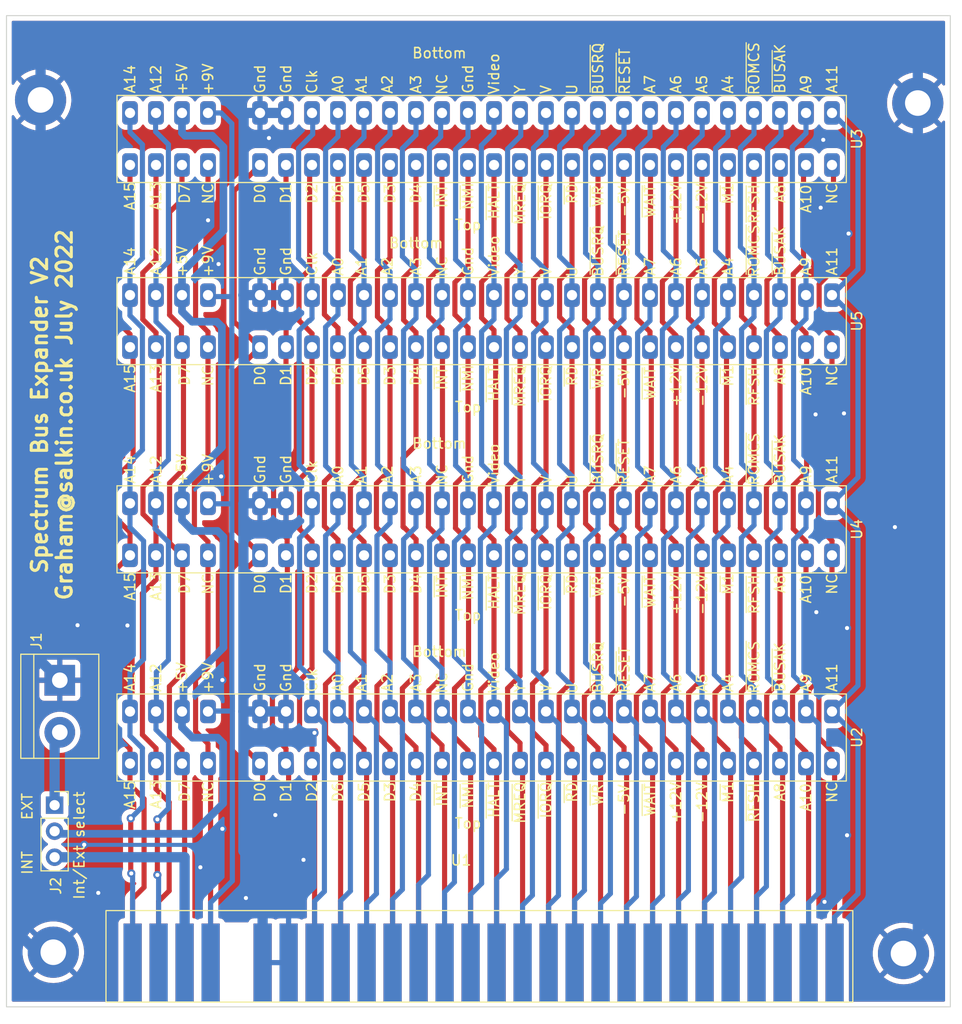
<source format=kicad_pcb>
(kicad_pcb (version 20211014) (generator pcbnew)
  (title_block (title "zx Spectrum backplane") (date "1") (rev "1") (company "Graham Salkin"))
  (layers (0 "F.Cu" signal) (31 "B.Cu" signal) (34 "B.Paste" user) (35 "F.Paste" user) (36 "B.SilkS" user "B.Silkscreen") (37 "F.SilkS" user "F.Silkscreen") (38 "B.Mask" user) (39 "F.Mask" user) (44 "Edge.Cuts" user))
  (net 0 "")
  (net 1 "/A15")
  (net 2 "/A13")
  (net 3 "/D7")
  (net 4 "/NC")
  (net 5 "/{slash}HALT")
  (net 6 "/{slash}MREQ")
  (net 7 "/{slash}IORQ")
  (net 8 "/{slash}RD")
  (net 9 "/{slash}WR")
  (net 10 "/-5V")
  (net 11 "/{slash}WAIT")
  (net 12 "/+12V")
  (net 13 "/-12V")
  (net 14 "/{slash}M1")
  (net 15 "/{slash}RFSH")
  (net 16 "/A8")
  (net 17 "/A10")
  (net 18 "/NC2")
  (net 19 "/A11")
  (net 20 "/A9")
  (net 21 "/{slash}BUSAK")
  (net 22 "/{slash}ROMCS")
  (net 23 "/A4")
  (net 24 "/A5")
  (net 25 "/A6")
  (net 26 "/A7")
  (net 27 "/{slash}RESET")
  (net 28 "/{slash}BUSRQ")
  (net 29 "/V")
  (net 30 "/U")
  (net 31 "/D0")
  (net 32 "/Video")
  (net 33 "/0V1")
  (net 34 "/IORQGE")
  (net 35 "/A3")
  (net 36 "/A2")
  (net 37 "/A1")
  (net 38 "/A0")
  (net 39 "/Clk")
  (net 40 "GND")
  (net 41 "/+9V")
  (net 42 "/+5V")
  (net 43 "/A12")
  (net 44 "/A14")
  (net 45 "/D1")
  (net 46 "/D2")
  (net 47 "/D6")
  (net 48 "/D5")
  (net 49 "/D3")
  (net 50 "/D4")
  (net 51 "/{slash}INT")
  (net 52 "/{slash}NMI")
  (net 53 "Net-(J1-Pad2)")
  (net 54 "Net-(J2-Pad3)")
  (footprint "Spectrum:Speccy_edge_External" (layer "F.Cu") (at 188.214 146.431)
    (fp_text reference "U1")
    (fp_text value "Edge_connector_Male")
  )
  (footprint "Spectrum:Speccy_edge_Socket_reversed" (layer "F.Cu") (at 185.42 124.46)
    (fp_text reference "U2")
    (fp_text value "Edge_connector_Male" hide)
  )
  (footprint "Spectrum:Speccy_edge_Socket_reversed" (layer "F.Cu") (at 185.42 83.82)
    (fp_text reference "U5")
    (fp_text value "Edge_connector_Male" hide)
  )
  (footprint "MountingHole:MountingHole_2.5mm_Pad" (layer "F.Cu") (at 227.965 145.542)
    (fp_text reference "H2" hide)
    (fp_text value "MountingHole_Pad" hide)
  )
  (footprint "MountingHole:MountingHole_2.5mm_Pad" (layer "F.Cu") (at 229.362 62.5348)
    (fp_text reference "H4" hide)
    (fp_text value "MountingHole_Pad" hide)
  )
  (footprint "MountingHole:MountingHole_2.5mm_Pad" (layer "F.Cu") (at 143.6624 62.23)
    (fp_text reference "H1" hide)
    (fp_text value "MountingHole_Pad" hide)
  )
  (footprint "Connector_PinSocket_2.54mm:PinSocket_1x03_P2.54mm_Vertical" (layer "F.Cu") (at 145.034 131.064)
    (fp_text reference "J2")
    (fp_text value "Int/Ext select")
  )
  (footprint "TerminalBlock:TerminalBlock_bornier-2_P5.08mm" (layer "F.Cu") (at 145.542 118.872 -90)
    (fp_text reference "J1")
    (fp_text value "Ext Power in")
  )
  (footprint "Spectrum:Speccy_edge_Socket_reversed" (layer "F.Cu") (at 185.42 66.04)
    (fp_text reference "U3")
    (fp_text value "Edge_connector_Male" hide)
  )
  (footprint "MountingHole:MountingHole_2.5mm_Pad" (layer "F.Cu") (at 144.907 145.415)
    (fp_text reference "H3" hide)
    (fp_text value "MountingHole_Pad" hide)
  )
  (footprint "Spectrum:Speccy_edge_Socket_reversed" (layer "F.Cu") (at 185.42 104.14)
    (fp_text reference "U4")
    (fp_text value "Edge_connector_Male" hide)
  )
  (gr_rect (start 232.537 150.749) (end 140.335 54.0004) (layer "Edge.Cuts") (width 0.1) (fill none))
  (gr_text "INT    EXT" (at 142.367 133.858 90) (layer "F.SilkS") (effects (font (size 1 1))))
  (gr_text "Spectrum Bus Expander V2\nGraham@salkin.co.uk July 2022" (at 144.78 92.964 90) (layer "F.SilkS") (effects (font (size 1.5 1.5) (thickness 0.3))))
  (segment (start 210.82 99.22) (end 209.608 98.008) (width 0.5) (layer "B.Cu") (net 0))
  (segment (start 209.492 105.133) (end 210.82 103.805) (width 0.5) (layer "B.Cu") (net 0))
  (segment (start 209.604999 76.929999) (end 211 78.325) (width 0.5) (layer "B.Cu") (net 0))
  (segment (start 210.82 119.645) (end 209.492 118.317) (width 0.5) (layer "B.Cu") (net 0))
  (segment (start 211.074 146.431) (end 211.074 139.147) (width 0.5) (layer "B.Cu") (net 0))
  (segment (start 210.82 121.92) (end 210.82 119.645) (width 0.5) (layer "B.Cu") (net 0))
  (segment (start 211 81.1) (end 210.82 81.28) (width 0.5) (layer "B.Cu") (net 0))
  (segment (start 209.492 118.317) (end 209.492 105.133) (width 0.5) (layer "B.Cu") (net 0))
  (segment (start 210.82 63.5) (end 210.82 65.73) (width 0.5) (layer "B.Cu") (net 0))
  (segment (start 211 78.325) (end 211 81.1) (width 0.5) (layer "B.Cu") (net 0))
  (segment (start 210.82 103.805) (end 210.82 101.6) (width 0.5) (layer "B.Cu") (net 0))
  (segment (start 209.604999 66.945001) (end 209.604999 76.929999) (width 0.5) (layer "B.Cu") (net 0))
  (segment (start 210.82 65.73) (end 209.604999 66.945001) (width 0.5) (layer "B.Cu") (net 0))
  (segment (start 210.82 101.6) (end 210.82 99.22) (width 0.5) (layer "B.Cu") (net 0))
  (segment (start 212.148 123.248) (end 210.82 121.92) (width 0.5) (layer "B.Cu") (net 0))
  (segment (start 209.608 84.742) (end 210.82 83.53) (width 0.5) (layer "B.Cu") (net 0))
  (segment (start 209.608 98.008) (end 209.608 84.742) (width 0.5) (layer "B.Cu") (net 0))
  (segment (start 212.148 138.073) (end 212.148 123.248) (width 0.5) (layer "B.Cu") (net 0))
  (segment (start 211.074 139.147) (end 212.148 138.073) (width 0.5) (layer "B.Cu") (net 0))
  (segment (start 210.82 83.53) (end 210.82 81.28) (width 0.5) (layer "B.Cu") (net 0))
  (segment (start 152.4 68.58) (end 152.4 76.425) (width 0.5) (layer "F.Cu") (net 1))
  (segment (start 150.65 78.175) (end 150.65 83.35) (width 0.5) (layer "F.Cu") (net 1))
  (segment (start 152.654 140.196) (end 153.775 139.075) (width 0.5) (layer "F.Cu") (net 1))
  (segment (start 152.654 146.431) (end 152.654 140.196) (width 0.5) (layer "F.Cu") (net 1))
  (segment (start 153.775 130.45) (end 152.4 129.075) (width 0.5) (layer "F.Cu") (net 1))
  (segment (start 152.4 76.425) (end 150.65 78.175) (width 0.5) (layer "F.Cu") (net 1))
  (segment (start 150.5 108.58) (end 152.4 106.68) (width 0.5) (layer "F.Cu") (net 1))
  (segment (start 150.65 83.35) (end 152.4 85.1) (width 0.5) (layer "F.Cu") (net 1))
  (segment (start 150.5 123.675) (end 150.5 108.58) (width 0.5) (layer "F.Cu") (net 1))
  (segment (start 152.4 125.575) (end 150.5 123.675) (width 0.5) (layer "F.Cu") (net 1))
  (segment (start 152.4 104.425) (end 150.675 102.7) (width 0.5) (layer "F.Cu") (net 1))
  (segment (start 152.4 85.1) (end 152.4 86.36) (width 0.5) (layer "F.Cu") (net 1))
  (segment (start 152.7 86.66) (end 152.4 86.36) (width 0.5) (layer "F.Cu") (net 1))
  (segment (start 152.4 106.68) (end 152.4 104.425) (width 0.5) (layer "F.Cu") (net 1))
  (segment (start 152.4 127) (end 152.4 125.575) (width 0.5) (layer "F.Cu") (net 1))
  (segment (start 150.675 102.7) (end 150.675 99.45) (width 0.5) (layer "F.Cu") (net 1))
  (segment (start 152.7 97.425) (end 152.7 86.66) (width 0.5) (layer "F.Cu") (net 1))
  (segment (start 152.4 129.075) (end 152.4 127) (width 0.5) (layer "F.Cu") (net 1))
  (segment (start 153.775 139.075) (end 153.775 130.45) (width 0.5) (layer "F.Cu") (net 1))
  (segment (start 150.675 99.45) (end 152.7 97.425) (width 0.5) (layer "F.Cu") (net 1))
  (segment (start 154.94 129.49) (end 156.225 130.775) (width 0.5) (layer "F.Cu") (net 2))
  (segment (start 153.612 124.187) (end 153.612 110.388) (width 0.5) (layer "F.Cu") (net 2))
  (segment (start 156.225 139.425) (end 155.194 140.456) (width 0.5) (layer "F.Cu") (net 2))
  (segment (start 155.25 86.67) (end 154.94 86.36) (width 0.5) (layer "F.Cu") (net 2))
  (segment (start 155.25 98.475) (end 155.25 86.67) (width 0.5) (layer "F.Cu") (net 2))
  (segment (start 153.65 79.1) (end 154.94 77.81) (width 0.5) (layer "F.Cu") (net 2))
  (segment (start 154.94 127) (end 154.94 129.49) (width 0.5) (layer "F.Cu") (net 2))
  (segment (start 153.667499 99.982501) (end 155.175 98.475) (width 0.5) (layer "F.Cu") (net 2))
  (segment (start 153.612 110.388) (end 154.94 109.06) (width 0.5) (layer "F.Cu") (net 2))
  (segment (start 155.194 140.456) (end 155.194 146.431) (width 0.5) (layer "F.Cu") (net 2))
  (segment (start 156.225 130.775) (end 156.225 139.425) (width 0.5) (layer "F.Cu") (net 2))
  (segment (start 153.667499 102.64571) (end 153.667499 99.982501) (width 0.5) (layer "F.Cu") (net 2))
  (segment (start 154.94 103.918211) (end 153.667499 102.64571) (width 0.5) (layer "F.Cu") (net 2))
  (segment (start 154.94 106.68) (end 154.94 103.918211) (width 0.5) (layer "F.Cu") (net 2))
  (segment (start 154.94 109.06) (end 154.94 106.68) (width 0.5) (layer "F.Cu") (net 2))
  (segment (start 154.94 84.94) (end 153.65 83.65) (width 0.5) (layer "F.Cu") (net 2))
  (segment (start 154.94 86.36) (end 154.94 84.94) (width 0.5) (layer "F.Cu") (net 2))
  (segment (start 155.175 98.475) (end 155.25 98.475) (width 0.5) (layer "F.Cu") (net 2))
  (segment (start 154.94 127) (end 154.94 125.515) (width 0.5) (layer "F.Cu") (net 2))
  (segment (start 153.65 83.65) (end 153.65 79.1) (width 0.5) (layer "F.Cu") (net 2))
  (segment (start 154.94 125.515) (end 153.612 124.187) (width 0.5) (layer "F.Cu") (net 2))
  (segment (start 154.94 77.81) (end 154.94 68.58) (width 0.5) (layer "F.Cu") (net 2))
  (segment (start 156.268 73.182) (end 157.48 71.97) (width 0.5) (layer "F.Cu") (net 3))
  (segment (start 157.425 84.375) (end 156.268 83.218) (width 0.5) (layer "F.Cu") (net 3))
  (segment (start 157.48 86.36) (end 157.425 86.305) (width 0.5) (layer "F.Cu") (net 3))
  (segment (start 156.25 124.4) (end 156.25 119.475) (width 0.5) (layer "F.Cu") (net 3))
  (segment (start 157.55 118.175) (end 157.55 106.75) (width 0.5) (layer "F.Cu") (net 3))
  (segment (start 157.48 125.63) (end 156.25 124.4) (width 0.5) (layer "F.Cu") (net 3))
  (segment (start 156.25 119.475) (end 157.55 118.175) (width 0.5) (layer "F.Cu") (net 3))
  (segment (start 156.268 105.468) (end 156.268 99.632) (width 0.5) (layer "F.Cu") (net 3))
  (segment (start 157.625 86.505) (end 157.48 86.36) (width 0.5) (layer "F.Cu") (net 3))
  (segment (start 157.55 106.75) (end 157.48 106.68) (width 0.5) (layer "F.Cu") (net 3))
  (segment (start 156.268 99.632) (end 157.625 98.275) (width 0.5) (layer "F.Cu") (net 3))
  (segment (start 157.734 146.431) (end 157.734 127.254) (width 0.5) (layer "F.Cu") (net 3))
  (segment (start 157.48 127) (end 157.48 125.63) (width 0.5) (layer "F.Cu") (net 3))
  (segment (start 157.48 71.97) (end 157.48 68.58) (width 0.5) (layer "F.Cu") (net 3))
  (segment (start 157.425 86.305) (end 157.425 84.375) (width 0.5) (layer "F.Cu") (net 3))
  (segment (start 156.268 83.218) (end 156.268 73.182) (width 0.5) (layer "F.Cu") (net 3))
  (segment (start 157.48 106.68) (end 156.268 105.468) (width 0.5) (layer "F.Cu") (net 3))
  (segment (start 157.625 98.275) (end 157.625 86.505) (width 0.5) (layer "F.Cu") (net 3))
  (segment (start 160.02 71.78) (end 158.808 72.992) (width 0.5) (layer "F.Cu") (net 4))
  (segment (start 158.808 72.992) (end 158.808 83.658) (width 0.5) (layer "F.Cu") (net 4))
  (segment (start 160.274 146.431) (end 160.274 127.254) (width 0.5) (layer "F.Cu") (net 4))
  (segment (start 158.808 123.858) (end 160.02 125.07) (width 0.5) (layer "F.Cu") (net 4))
  (segment (start 160.02 106.68) (end 160.02 117.605) (width 0.5) (layer "F.Cu") (net 4))
  (segment (start 160.02 84.87) (end 160.02 86.36) (width 0.5) (layer "F.Cu") (net 4))
  (segment (start 160.02 105.345) (end 158.692 104.017) (width 0.5) (layer "F.Cu") (net 4))
  (segment (start 160.02 106.68) (end 160.02 105.345) (width 0.5) (layer "F.Cu") (net 4))
  (segment (start 158.808 83.658) (end 160.02 84.87) (width 0.5) (layer "F.Cu") (net 4))
  (segment (start 160.02 125.07) (end 160.02 127) (width 0.5) (layer "F.Cu") (net 4))
  (segment (start 158.692 104.017) (end 158.692 99.683) (width 0.5) (layer "F.Cu") (net 4))
  (segment (start 160.02 98.355) (end 160.02 86.36) (width 0.5) (layer "F.Cu") (net 4))
  (segment (start 160.274 127.254) (end 160.02 127) (width 0.5) (layer "F.Cu") (net 4))
  (segment (start 158.808 118.817) (end 158.808 123.858) (width 0.5) (layer "F.Cu") (net 4))
  (segment (start 160.02 68.58) (end 160.02 71.78) (width 0.5) (layer "F.Cu") (net 4))
  (segment (start 158.692 99.683) (end 160.02 98.355) (width 0.5) (layer "F.Cu") (net 4))
  (segment (start 160.02 117.605) (end 158.808 118.817) (width 0.5) (layer "F.Cu") (net 4))
  (segment (start 186.748 80.002) (end 187.96 78.79) (width 0.5) (layer "F.Cu") (net 5))
  (segment (start 186.632 100.143) (end 188.125 98.65) (width 0.5) (layer "F.Cu") (net 5))
  (segment (start 186.632 103.882) (end 186.632 100.143) (width 0.5) (layer "F.Cu") (net 5))
  (segment (start 187.96 127) (end 187.96 125.61) (width 0.5) (layer "F.Cu") (net 5))
  (segment (start 188.214 127.254) (end 187.96 127) (width 0.5) (layer "F.Cu") (net 5))
  (segment (start 186.675 119.8) (end 187.96 118.515) (width 0.5) (layer "F.Cu") (net 5))
  (segment (start 188.125 86.525) (end 187.96 86.36) (width 0.5) (layer "F.Cu") (net 5))
  (segment (start 187.96 106.68) (end 187.96 105.21) (width 0.5) (layer "F.Cu") (net 5))
  (segment (start 187.96 105.21) (end 186.632 103.882) (width 0.5) (layer "F.Cu") (net 5))
  (segment (start 187.96 86.36) (end 187.96 84.71) (width 0.5) (layer "F.Cu") (net 5))
  (segment (start 187.96 84.71) (end 186.748 83.498) (width 0.5) (layer "F.Cu") (net 5))
  (segment (start 188.214 146.431) (end 188.214 127.254) (width 0.5) (layer "F.Cu") (net 5))
  (segment (start 188.125 98.65) (end 188.125 86.525) (width 0.5) (layer "F.Cu") (net 5))
  (segment (start 186.748 83.498) (end 186.748 80.002) (width 0.5) (layer "F.Cu") (net 5))
  (segment (start 186.675 124.325) (end 186.675 119.8) (width 0.5) (layer "F.Cu") (net 5))
  (segment (start 187.96 78.79) (end 187.96 68.58) (width 0.5) (layer "F.Cu") (net 5))
  (segment (start 187.96 118.515) (end 187.96 106.68) (width 0.5) (layer "F.Cu") (net 5))
  (segment (start 187.96 125.61) (end 186.675 124.325) (width 0.5) (layer "F.Cu") (net 5))
  (segment (start 190.5 127) (end 190.754 127.254) (width 0.5) (layer "F.Cu") (net 6))
  (segment (start 190.5 106.68) (end 190.5 105.375) (width 0.5) (layer "F.Cu") (net 6))
  (segment (start 190.5 127) (end 190.5 125) (width 0.5) (layer "F.Cu") (net 6))
  (segment (start 190.754 127.254) (end 190.754 146.431) (width 0.5) (layer "F.Cu") (net 6))
  (segment (start 189.275 104.15) (end 189.275 99.95) (width 0.5) (layer "F.Cu") (net 6))
  (segment (start 190.5 98.725) (end 190.5 86.36) (width 0.5) (layer "F.Cu") (net 6))
  (segment (start 189.225 79.325) (end 190.5 78.05) (width 0.5) (layer "F.Cu") (net 6))
  (segment (start 189.288 123.788) (end 189.288 119.662) (width 0.5) (layer "F.Cu") (net 6))
  (segment (start 190.5 105.375) (end 189.275 104.15) (width 0.5) (layer "F.Cu") (net 6))
  (segment (start 190.5 118.45) (end 190.5 106.68) (width 0.5) (layer "F.Cu") (net 6))
  (segment (start 189.275 99.95) (end 190.5 98.725) (width 0.5) (layer "F.Cu") (net 6))
  (segment (start 190.5 125) (end 189.288 123.788) (width 0.5) (layer "F.Cu") (net 6))
  (segment (start 189.288 119.662) (end 190.5 118.45) (width 0.5) (layer "F.Cu") (net 6))
  (segment (start 190.5 78.05) (end 190.5 68.58) (width 0.5) (layer "F.Cu") (net 6))
  (segment (start 190.5 86.36) (end 190.5 84.825) (width 0.5) (layer "F.Cu") (net 6))
  (segment (start 190.5 84.825) (end 189.225 83.55) (width 0.5) (layer "F.Cu") (net 6))
  (segment (start 189.225 83.55) (end 189.225 79.325) (width 0.5) (layer "F.Cu") (net 6))
  (segment (start 193.04 127) (end 193.04 125.215) (width 0.5) (layer "F.Cu") (net 7))
  (segment (start 191.85 104.175) (end 191.825 104.175) (width 0.5) (layer "F.Cu") (net 7))
  (segment (start 191.825 99.925) (end 193.04 98.71) (width 0.5) (layer "F.Cu") (net 7))
  (segment (start 193.04 78.535) (end 193.04 68.58) (width 0.5) (layer "F.Cu") (net 7))
  (segment (start 193.04 106.68) (end 193.04 105.365) (width 0.5) (layer "F.Cu") (net 7))
  (segment (start 191.825 104.175) (end 191.825 99.925) (width 0.5) (layer "F.Cu") (net 7))
  (segment (start 193.04 86.36) (end 193.04 85.04) (width 0.5) (layer "F.Cu") (net 7))
  (segment (start 193.04 117.91) (end 193.04 106.68) (width 0.5) (layer "F.Cu") (net 7))
  (segment (start 191.725 119.225) (end 193.04 117.91) (width 0.5) (layer "F.Cu") (net 7))
  (segment (start 191.828 79.747) (end 193.04 78.535) (width 0.5) (layer "F.Cu") (net 7))
  (segment (start 191.828 83.828) (end 191.828 79.747) (width 0.5) (layer "F.Cu") (net 7))
  (segment (start 193.04 98.71) (end 193.04 86.36) (width 0.5) (layer "F.Cu") (net 7))
  (segment (start 193.04 125.215) (end 191.725 123.9) (width 0.5) (layer "F.Cu") (net 7))
  (segment (start 193.294 127.254) (end 193.04 127) (width 0.5) (layer "F.Cu") (net 7))
  (segment (start 193.04 85.04) (end 191.828 83.828) (width 0.5) (layer "F.Cu") (net 7))
  (segment (start 191.725 123.9) (end 191.725 119.225) (width 0.5) (layer "F.Cu") (net 7))
  (segment (start 193.294 146.431) (end 193.294 127.254) (width 0.5) (layer "F.Cu") (net 7))
  (segment (start 193.04 105.365) (end 191.85 104.175) (width 0.5) (layer "F.Cu") (net 7))
  (segment (start 194.325 124.25) (end 194.325 120.25) (width 0.5) (layer "F.Cu") (net 8))
  (segment (start 195.58 78.595) (end 195.58 68.58) (width 0.5) (layer "F.Cu") (net 8))
  (segment (start 195.58 105.005) (end 194.368 103.793) (width 0.5) (layer "F.Cu") (net 8))
  (segment (start 195.58 86.36) (end 195.58 84.63) (width 0.5) (layer "F.Cu") (net 8))
  (segment (start 195.58 84.63) (end 194.368 83.418) (width 0.5) (layer "F.Cu") (net 8))
  (segment (start 195.58 118.995) (end 195.58 106.68) (width 0.5) (layer "F.Cu") (net 8))
  (segment (start 195.58 127) (end 195.58 125.505) (width 0.5) (layer "F.Cu") (net 8))
  (segment (start 195.58 125.505) (end 194.325 124.25) (width 0.5) (layer "F.Cu") (net 8))
  (segment (start 194.368 79.807) (end 195.58 78.595) (width 0.5) (layer "F.Cu") (net 8))
  (segment (start 195.58 106.68) (end 195.58 105.005) (width 0.5) (layer "F.Cu") (net 8))
  (segment (start 194.368 103.793) (end 194.368 100.207) (width 0.5) (layer "F.Cu") (net 8))
  (segment (start 195.58 98.995) (end 195.58 86.36) (width 0.5) (layer "F.Cu") (net 8))
  (segment (start 194.368 83.418) (end 194.368 79.807) (width 0.5) (layer "F.Cu") (net 8))
  (segment (start 194.325 120.25) (end 195.58 118.995) (width 0.5) (layer "F.Cu") (net 8))
  (segment (start 195.58 127) (end 195.834 127.254) (width 0.5) (layer "F.Cu") (net 8))
  (segment (start 195.834 127.254) (end 195.834 146.431) (width 0.5) (layer "F.Cu") (net 8))
  (segment (start 194.368 100.207) (end 195.58 98.995) (width 0.5) (layer "F.Cu") (net 8))
  (segment (start 198.12 127) (end 198.12 125.495) (width 0.5) (layer "F.Cu") (net 9))
  (segment (start 196.792 124.167) (end 196.792 120.433) (width 0.5) (layer "F.Cu") (net 9))
  (segment (start 198.374 127.254) (end 198.12 127) (width 0.5) (layer "F.Cu") (net 9))
  (segment (start 196.908 100.467) (end 198.12 99.255) (width 0.5) (layer "F.Cu") (net 9))
  (segment (start 198.12 104.795) (end 196.908 103.583) (width 0.5) (layer "F.Cu") (net 9))
  (segment (start 196.807501 79.707501) (end 198.065002 78.45) (width 0.5) (layer "F.Cu") (net 9))
  (segment (start 198.12 106.68) (end 198.12 104.795) (width 0.5) (layer "F.Cu") (net 9))
  (segment (start 198.065002 78.45) (end 198.075 78.45) (width 0.5) (layer "F.Cu") (net 9))
  (segment (start 196.792 120.433) (end 198.12 119.105) (width 0.5) (layer "F.Cu") (net 9))
  (segment (start 198.12 84.945) (end 196.807501 83.632501) (width 0.5) (layer "F.Cu") (net 9))
  (segment (start 196.807501 83.632501) (end 196.807501 79.707501) (width 0.5) (layer "F.Cu") (net 9))
  (segment (start 198.12 86.36) (end 198.12 84.945) (width 0.5) (layer "F.Cu") (net 9))
  (segment (start 198.075 78.45) (end 198.12 78.405) (width 0.5) (layer "F.Cu") (net 9))
  (segment (start 196.908 103.583) (end 196.908 100.467) (width 0.5) (layer "F.Cu") (net 9))
  (segment (start 198.374 146.431) (end 198.374 127.254) (width 0.5) (layer "F.Cu") (net 9))
  (segment (start 198.12 119.105) (end 198.12 106.68) (width 0.5) (layer "F.Cu") (net 9))
  (segment (start 198.12 125.495) (end 196.792 124.167) (width 0.5) (layer "F.Cu") (net 9))
  (segment (start 198.12 78.405) (end 198.12 68.58) (width 0.5) (layer "F.Cu") (net 9))
  (segment (start 198.12 99.255) (end 198.12 86.36) (width 0.5) (layer "F.Cu") (net 9))
  (segment (start 200.66 84.86) (end 199.4 83.6) (width 0.5) (layer "F.Cu") (net 10))
  (segment (start 199.448 100.302) (end 200.66 99.09) (width 0.5) (layer "F.Cu") (net 10))
  (segment (start 200.66 86.36) (end 200.66 84.86) (width 0.5) (layer "F.Cu") (net 10))
  (segment (start 199.4 83.6) (end 199.4 79.655002) (width 0.5) (layer "F.Cu") (net 10))
  (segment (start 199.448 103.673) (end 199.448 100.302) (width 0.5) (layer "F.Cu") (net 10))
  (segment (start 200.66 119.09) (end 200.66 106.68) (width 0.5) (layer "F.Cu") (net 10))
  (segment (start 200.6 78.455002) (end 200.6 68.64) (width 0.5) (layer "F.Cu") (net 10))
  (segment (start 199.4 79.655002) (end 200.6 78.455002) (width 0.5) (layer "F.Cu") (net 10))
  (segment (start 200.66 99.09) (end 200.66 86.36) (width 0.5) (layer "F.Cu") (net 10))
  (segment (start 200.66 127) (end 200.914 127.254) (width 0.5) (layer "F.Cu") (net 10))
  (segment (start 200.914 127.254) (end 200.914 146.431) (width 0.5) (layer "F.Cu") (net 10))
  (segment (start 200.66 106.68) (end 200.66 104.885) (width 0.5) (layer "F.Cu") (net 10))
  (segment (start 200.66 104.885) (end 199.448 103.673) (width 0.5) (layer "F.Cu") (net 10))
  (segment (start 199.332 124.082) (end 199.332 120.418) (width 0.5) (layer "F.Cu") (net 10))
  (segment (start 200.6 68.64) (end 200.66 68.58) (width 0.5) (layer "F.Cu") (net 10))
  (segment (start 200.66 127) (end 200.66 125.41) (width 0.5) (layer "F.Cu") (net 10))
  (segment (start 199.332 120.418) (end 200.66 119.09) (width 0.5) (layer "F.Cu") (net 10))
  (segment (start 200.66 125.41) (end 199.332 124.082) (width 0.5) (layer "F.Cu") (net 10))
  (segment (start 203.2 106.68) (end 203.2 105.05) (width 0.5) (layer "F.Cu") (net 11))
  (segment (start 203.2 86.36) (end 203.2 84.85) (width 0.5) (layer "F.Cu") (net 11))
  (segment (start 203.25 78.3) (end 203.25 68.63) (width 0.5) (layer "F.Cu") (net 11))
  (segment (start 201.872 120.353) (end 203.2 119.025) (width 0.5) (layer "F.Cu") (net 11))
  (segment (start 203.325 99.125) (end 203.325 86.485) (width 0.5) (layer "F.Cu") (net 11))
  (segment (start 203.2 127) (end 203.2 125.525) (width 0.5) (layer "F.Cu") (net 11))
  (segment (start 203.25 68.63) (end 203.2 68.58) (width 0.5) (layer "F.Cu") (net 11))
  (segment (start 203.2 105.05) (end 201.988 103.838) (width 0.5) (layer "F.Cu") (net 11))
  (segment (start 203.2 125.525) (end 201.872 124.197) (width 0.5) (layer "F.Cu") (net 11))
  (segment (start 201.925 79.625) (end 203.25 78.3) (width 0.5) (layer "F.Cu") (net 11))
  (segment (start 203.2 119.025) (end 203.2 106.68) (width 0.5) (layer "F.Cu") (net 11))
  (segment (start 201.925 83.575) (end 201.925 79.625) (width 0.5) (layer "F.Cu") (net 11))
  (segment (start 203.325 86.485) (end 203.2 86.36) (width 0.5) (layer "F.Cu") (net 11))
  (segment (start 201.988 103.838) (end 201.988 100.462) (width 0.5) (layer "F.Cu") (net 11))
  (segment (start 203.454 146.431) (end 203.454 127.254) (width 0.5) (layer "F.Cu") (net 11))
  (segment (start 203.2 84.85) (end 201.925 83.575) (width 0.5) (layer "F.Cu") (net 11))
  (segment (start 203.454 127.254) (end 203.2 127) (width 0.5) (layer "F.Cu") (net 11))
  (segment (start 201.988 100.462) (end 203.325 99.125) (width 0.5) (layer "F.Cu") (net 11))
  (segment (start 201.872 124.197) (end 201.872 120.353) (width 0.5) (layer "F.Cu") (net 11))
  (segment (start 204.45 100.25) (end 205.75 98.95) (width 0.5) (layer "F.Cu") (net 12))
  (segment (start 204.412 79.938) (end 205.74 78.61) (width 0.5) (layer "F.Cu") (net 12))
  (segment (start 205.74 86.36) (end 205.74 85.215) (width 0.5) (layer "F.Cu") (net 12))
  (segment (start 205.74 125.64) (end 204.5 124.4) (width 0.5) (layer "F.Cu") (net 12))
  (segment (start 205.75 86.37) (end 205.74 86.36) (width 0.5) (layer "F.Cu") (net 12))
  (segment (start 205.994 127.254) (end 205.994 146.431) (width 0.5) (layer "F.Cu") (net 12))
  (segment (start 205.74 105.465) (end 204.45 104.175) (width 0.5) (layer "F.Cu") (net 12))
  (segment (start 205.74 106.68) (end 205.74 105.465) (width 0.5) (layer "F.Cu") (net 12))
  (segment (start 204.5 124.4) (end 204.5 120.15) (width 0.5) (layer "F.Cu") (net 12))
  (segment (start 204.45 104.175) (end 204.45 100.25) (width 0.5) (layer "F.Cu") (net 12))
  (segment (start 205.74 85.215) (end 204.412 83.887) (width 0.5) (layer "F.Cu") (net 12))
  (segment (start 205.74 118.91) (end 205.74 106.68) (width 0.5) (layer "F.Cu") (net 12))
  (segment (start 205.74 127) (end 205.994 127.254) (width 0.5) (layer "F.Cu") (net 12))
  (segment (start 204.412 83.887) (end 204.412 79.938) (width 0.5) (layer "F.Cu") (net 12))
  (segment (start 205.74 78.61) (end 205.74 68.58) (width 0.5) (layer "F.Cu") (net 12))
  (segment (start 205.74 127) (end 205.74 125.64) (width 0.5) (layer "F.Cu") (net 12))
  (segment (start 204.5 120.15) (end 205.74 118.91) (width 0.5) (layer "F.Cu") (net 12))
  (segment (start 205.75 98.95) (end 205.75 86.37) (width 0.5) (layer "F.Cu") (net 12))
  (segment (start 208.28 105.38) (end 206.952 104.052) (width 0.5) (layer "F.Cu") (net 13))
  (segment (start 206.975 124.3) (end 206.975 120.1) (width 0.5) (layer "F.Cu") (net 13))
  (segment (start 208.28 98.945) (end 208.28 86.36) (width 0.5) (layer "F.Cu") (net 13))
  (segment (start 208.28 86.36) (end 208.28 84.83) (width 0.5) (layer "F.Cu") (net 13))
  (segment (start 206.952 104.052) (end 206.952 100.273) (width 0.5) (layer "F.Cu") (net 13))
  (segment (start 208.28 125.605) (end 206.975 124.3) (width 0.5) (layer "F.Cu") (net 13))
  (segment (start 206.975 120.1) (end 208.28 118.795) (width 0.5) (layer "F.Cu") (net 13))
  (segment (start 208.28 127) (end 208.28 125.605) (width 0.5) (layer "F.Cu") (net 13))
  (segment (start 208.28 106.68) (end 208.28 105.38) (width 0.5) (layer "F.Cu") (net 13))
  (segment (start 208.28 78.395) (end 208.28 68.58) (width 0.5) (layer "F.Cu") (net 13))
  (segment (start 208.534 127.254) (end 208.28 127) (width 0.5) (layer "F.Cu") (net 13))
  (segment (start 208.28 118.795) (end 208.28 106.68) (width 0.5) (layer "F.Cu") (net 13))
  (segment (start 208.28 84.83) (end 206.952 83.502) (width 0.5) (layer "F.Cu") (net 13))
  (segment (start 206.952 83.502) (end 206.952 79.723) (width 0.5) (layer "F.Cu") (net 13))
  (segment (start 206.952 100.273) (end 208.28 98.945) (width 0.5) (layer "F.Cu") (net 13))
  (segment (start 208.534 146.431) (end 208.534 127.254) (width 0.5) (layer "F.Cu") (net 13))
  (segment (start 206.952 79.723) (end 208.28 78.395) (width 0.5) (layer "F.Cu") (net 13))
  (segment (start 210.82 106.68) (end 210.82 105.52) (width 0.5) (layer "F.Cu") (net 14))
  (segment (start 211.074 127.254) (end 211.074 146.431) (width 0.5) (layer "F.Cu") (net 14))
  (segment (start 210.82 86.36) (end 210.82 85.32) (width 0.5) (layer "F.Cu") (net 14))
  (segment (start 209.55 124.4) (end 209.55 120.1) (width 0.5) (layer "F.Cu") (net 14))
  (segment (start 209.6 100.501789) (end 210.675 99.426789) (width 0.5) (layer "F.Cu") (net 14))
  (segment (start 210.82 85.32) (end 209.492 83.992) (width 0.5) (layer "F.Cu") (net 14))
  (segment (start 209.6 104.3) (end 209.6 100.501789) (width 0.5) (layer "F.Cu") (net 14))
  (segment (start 210.675 99.426789) (end 210.675 86.505) (width 0.5) (layer "F.Cu") (net 14))
  (segment (start 210.82 105.52) (end 209.6 104.3) (width 0.5) (layer "F.Cu") (net 14))
  (segment (start 210.82 118.83) (end 210.82 106.68) (width 0.5) (layer "F.Cu") (net 14))
  (segment (start 210.82 127) (end 210.82 125.67) (width 0.5) (layer "F.Cu") (net 14))
  (segment (start 210.82 125.67) (end 209.55 124.4) (width 0.5) (layer "F.Cu") (net 14))
  (segment (start 210.82 127) (end 211.074 127.254) (width 0.5) (layer "F.Cu") (net 14))
  (segment (start 209.492 83.992) (end 209.492 79.658) (width 0.5) (layer "F.Cu") (net 14))
  (segment (start 209.55 120.1) (end 210.82 118.83) (width 0.5) (layer "F.Cu") (net 14))
  (segment (start 209.492 79.658) (end 210.82 78.33) (width 0.5) (layer "F.Cu") (net 14))
  (segment (start 210.675 86.505) (end 210.82 86.36) (width 0.5) (layer "F.Cu") (net 14))
  (segment (start 210.82 78.33) (end 210.82 68.58) (width 0.5) (layer "F.Cu") (net 14))
  (segment (start 213.36 86.36) (end 213.36 84.56) (width 0.5) (layer "F.Cu") (net 15))
  (segment (start 213.36 84.56) (end 212.148 83.348) (width 0.5) (layer "F.Cu") (net 15))
  (segment (start 213.36 125.685) (end 212.125 124.45) (width 0.5) (layer "F.Cu") (net 15))
  (segment (start 212.025 104) (end 212.032 103.993) (width 0.5) (layer "F.Cu") (net 15))
  (segment (start 213.614 146.431) (end 213.614 127.254) (width 0.5) (layer "F.Cu") (net 15))
  (segment (start 212.148 83.348) (end 212.148 79.727) (width 0.5) (layer "F.Cu") (net 15))
  (segment (start 212.125 120.025) (end 213.36 118.79) (width 0.5) (layer "F.Cu") (net 15))
  (segment (start 213.36 127) (end 213.36 125.685) (width 0.5) (layer "F.Cu") (net 15))
  (segment (start 213.36 106.68) (end 213.36 105.335) (width 0.5) (layer "F.Cu") (net 15))
  (segment (start 212.148 79.727) (end 213.36 78.515) (width 0.5) (layer "F.Cu") (net 15))
  (segment (start 212.125 124.45) (end 212.125 120.025) (width 0.5) (layer "F.Cu") (net 15))
  (segment (start 213.36 118.79) (end 213.36 106.68) (width 0.5) (layer "F.Cu") (net 15))
  (segment (start 213.614 127.254) (end 213.36 127) (width 0.5) (layer "F.Cu") (net 15))
  (segment (start 212.032 99.618) (end 213.36 98.29) (width 0.5) (layer "F.Cu") (net 15))
  (segment (start 213.36 98.29) (end 213.36 86.36) (width 0.5) (layer "F.Cu") (net 15))
  (segment (start 213.36 105.335) (end 212.025 104) (width 0.5) (layer "F.Cu") (net 15))
  (segment (start 213.36 78.515) (end 213.36 68.58) (width 0.5) (layer "F.Cu") (net 15))
  (segment (start 212.032 103.993) (end 212.032 99.618) (width 0.5) (layer "F.Cu") (net 15))
  (segment (start 215.9 127) (end 216.154 127.254) (width 0.5) (layer "F.Cu") (net 16))
  (segment (start 215.9 118.975) (end 215.9 106.68) (width 0.5) (layer "F.Cu") (net 16))
  (segment (start 214.625 79.85) (end 215.85 78.625) (width 0.5) (layer "F.Cu") (net 16))
  (segment (start 215.9 85.325) (end 214.625 84.05) (width 0.5) (layer "F.Cu") (net 16))
  (segment (start 214.572 99.953) (end 215.9 98.625) (width 0.5) (layer "F.Cu") (net 16))
  (segment (start 216.154 127.254) (end 216.154 146.431) (width 0.5) (layer "F.Cu") (net 16))
  (segment (start 214.6 120.275) (end 215.9 118.975) (width 0.5) (layer "F.Cu") (net 16))
  (segment (start 215.9 106.68) (end 215.9 105.325) (width 0.5) (layer "F.Cu") (net 16))
  (segment (start 214.572 103.997) (end 214.572 99.953) (width 0.5) (layer "F.Cu") (net 16))
  (segment (start 215.9 98.625) (end 215.9 86.36) (width 0.5) (layer "F.Cu") (net 16))
  (segment (start 215.9 86.36) (end 215.9 85.325) (width 0.5) (layer "F.Cu") (net 16))
  (segment (start 215.975 78.625) (end 215.975 68.655) (width 0.5) (layer "F.Cu") (net 16))
  (segment (start 215.9 127) (end 215.9 125.45) (width 0.5) (layer "F.Cu") (net 16))
  (segment (start 215.9 125.45) (end 214.6 124.15) (width 0.5) (layer "F.Cu") (net 16))
  (segment (start 215.975 68.655) (end 215.9 68.58) (width 0.5) (layer "F.Cu") (net 16))
  (segment (start 215.85 78.625) (end 215.975 78.625) (width 0.5) (layer "F.Cu") (net 16))
  (segment (start 214.6 124.15) (end 214.6 120.275) (width 0.5) (layer "F.Cu") (net 16))
  (segment (start 215.9 105.325) (end 214.572 103.997) (width 0.5) (layer "F.Cu") (net 16))
  (segment (start 214.625 84.05) (end 214.625 79.85) (width 0.5) (layer "F.Cu") (net 16))
  (segment (start 218.44 86.36) (end 218.44 84.99) (width 0.5) (layer "F.Cu") (net 17))
  (segment (start 218.694 127.254) (end 218.44 127) (width 0.5) (layer "F.Cu") (net 17))
  (segment (start 218.694 146.431) (end 218.694 127.254) (width 0.5) (layer "F.Cu") (net 17))
  (segment (start 217.2 83.75) (end 217.2 79.225) (width 0.5) (layer "F.Cu") (net 17))
  (segment (start 218.44 105.34) (end 217.2 104.1) (width 0.5) (layer "F.Cu") (net 17))
  (segment (start 217.125 124.55) (end 217.125 120.075) (width 0.5) (layer "F.Cu") (net 17))
  (segment (start 218.44 106.68) (end 218.44 105.34) (width 0.5) (layer "F.Cu") (net 17))
  (segment (start 218.2 68.82) (end 218.44 68.58) (width 0.5) (layer "F.Cu") (net 17))
  (segment (start 218.44 125.865) (end 217.125 124.55) (width 0.5) (layer "F.Cu") (net 17))
  (segment (start 217.125 120.075) (end 218.44 118.76) (width 0.5) (layer "F.Cu") (net 17))
  (segment (start 218.5 86.42) (end 218.44 86.36) (width 0.5) (layer "F.Cu") (net 17))
  (segment (start 217.2 104.1) (end 217.2 99.85) (width 0.5) (layer "F.Cu") (net 17))
  (segment (start 218.44 84.99) (end 217.2 83.75) (width 0.5) (layer "F.Cu") (net 17))
  (segment (start 218.44 118.76) (end 218.44 106.68) (width 0.5) (layer "F.Cu") (net 17))
  (segment (start 218.44 127) (end 218.44 125.865) (width 0.5) (layer "F.Cu") (net 17))
  (segment (start 217.2 99.85) (end 218.5 98.55) (width 0.5) (layer "F.Cu") (net 17))
  (segment (start 217.2 79.225) (end 218.2 78.225) (width 0.5) (layer "F.Cu") (net 17))
  (segment (start 218.5 98.55) (end 218.5 86.42) (width 0.5) (layer "F.Cu") (net 17))
  (segment (start 218.2 78.225) (end 218.2 68.82) (width 0.5) (layer "F.Cu") (net 17))
  (segment (start 220.98 86.36) (end 220.98 85.205) (width 0.5) (layer "F.Cu") (net 18))
  (segment (start 220.98 127) (end 221.234 127.254) (width 0.5) (layer "F.Cu") (net 18))
  (segment (start 219.652 98.898) (end 220.98 97.57) (width 0.5) (layer "F.Cu") (net 18))
  (segment (start 220.98 125.78) (end 219.7 124.5) (width 0.5) (layer "F.Cu") (net 18))
  (segment (start 220.98 118.945) (end 220.98 106.68) (width 0.5) (layer "F.Cu") (net 18))
  (segment (start 220.98 85.205) (end 219.725 83.95) (width 0.5) (layer "F.Cu") (net 18))
  (segment (start 220.98 97.57) (end 220.98 86.36) (width 0.5) (layer "F.Cu") (net 18))
  (segment (start 221.125 68.725) (end 220.98 68.58) (width 0.5) (layer "F.Cu") (net 18))
  (segment (start 220.98 127) (end 220.98 125.78) (width 0.5) (layer "F.Cu") (net 18))
  (segment (start 221.234 127.254) (end 221.234 146.431) (width 0.5) (layer "F.Cu") (net 18))
  (segment (start 219.725 80.216789) (end 221.125 78.816789) (width 0.5) (layer "F.Cu") (net 18))
  (segment (start 220.98 106.68) (end 220.98 105.255) (width 0.5) (layer "F.Cu") (net 18))
  (segment (start 221.125 78.816789) (end 221.125 68.725) (width 0.5) (layer "F.Cu") (net 18))
  (segment (start 219.725 83.95) (end 219.725 80.216789) (width 0.5) (layer "F.Cu") (net 18))
  (segment (start 219.7 120.225) (end 220.98 118.945) (width 0.5) (layer "F.Cu") (net 18))
  (segment (start 219.652 103.927) (end 219.652 98.898) (width 0.5) (layer "F.Cu") (net 18))
  (segment (start 220.98 105.255) (end 219.652 103.927) (width 0.5) (layer "F.Cu") (net 18))
  (segment (start 219.7 124.5) (end 219.7 120.225) (width 0.5) (layer "F.Cu") (net 18))
  (segment (start 223.52 78.74) (end 223.52 66.04) (width 0.5) (layer "B.Cu") (net 19))
  (segment (start 221.234 141.986) (end 223.52 139.7) (width 0.5) (layer "B.Cu") (net 19))
  (segment (start 223.52 99.06) (end 223.52 83.82) (width 0.5) (layer "B.Cu") (net 19))
  (segment (start 223.52 83.82) (end 220.98 81.28) (width 0.5) (layer "B.Cu") (net 19))
  (segment (start 223.52 124.46) (end 220.98 121.92) (width 0.5) (layer "B.Cu") (net 19))
  (segment (start 223.52 139.7) (end 223.52 124.46) (width 0.5) (layer "B.Cu") (net 19))
  (segment (start 223.52 104.14) (end 220.98 101.6) (width 0.5) (layer "B.Cu") (net 19))
  (segment (start 220.98 81.28) (end 223.52 78.74) (width 0.5) (layer "B.Cu") (net 19))
  (segment (start 220.98 101.6) (end 223.52 99.06) (width 0.5) (layer "B.Cu") (net 19))
  (segment (start 221.234 146.431) (end 221.234 141.986) (width 0.5) (layer "B.Cu") (net 19))
  (segment (start 220.98 121.92) (end 223.52 119.38) (width 0.5) (layer "B.Cu") (net 19))
  (segment (start 223.52 66.04) (end 220.98 63.5) (width 0.5) (layer "B.Cu") (net 19))
  (segment (start 223.52 119.38) (end 223.52 104.14) (width 0.5) (layer "B.Cu") (net 19))
  (segment (start 219.652 139.648) (end 218.694 140.606) (width 0.5) (layer "B.Cu") (net 20))
  (segment (start 217.228 118.428) (end 217.228 105.197) (width 0.5) (layer "B.Cu") (net 20))
  (segment (start 219.652 123.132) (end 219.652 139.648) (width 0.5) (layer "B.Cu") (net 20))
  (segment (start 217.1 76.9) (end 217.112 76.888) (width 0.5) (layer "B.Cu") (net 20))
  (segment (start 218.694 140.606) (end 218.694 146.431) (width 0.5) (layer "B.Cu") (net 20))
  (segment (start 218.44 101.6) (end 218.44 98.565) (width 0.5) (layer "B.Cu") (net 20))
  (segment (start 217.228 105.197) (end 218.44 103.985) (width 0.5) (layer "B.Cu") (net 20))
  (segment (start 218.44 83.585) (end 218.44 81.28) (width 0.5) (layer "B.Cu") (net 20))
  (segment (start 218.44 103.985) (end 218.44 101.6) (width 0.5) (layer "B.Cu") (net 20))
  (segment (start 217.112 76.888) (end 217.112 66.813) (width 0.5) (layer "B.Cu") (net 20))
  (segment (start 218.44 119.64) (end 217.228 118.428) (width 0.5) (layer "B.Cu") (net 20))
  (segment (start 218.44 65.485) (end 218.44 63.5) (width 0.5) (layer "B.Cu") (net 20))
  (segment (start 217.112 66.813) (end 218.44 65.485) (width 0.5) (layer "B.Cu") (net 20))
  (segment (start 218.44 121.92) (end 219.652 123.132) (width 0.5) (layer "B.Cu") (net 20))
  (segment (start 218.44 81.28) (end 218.44 78.24) (width 0.5) (layer "B.Cu") (net 20))
  (segment (start 218.44 98.565) (end 217.228 97.353) (width 0.5) (layer "B.Cu") (net 20))
  (segment (start 218.44 78.24) (end 217.1 76.9) (width 0.5) (layer "B.Cu") (net 20))
  (segment (start 217.228 84.797) (end 218.44 83.585) (width 0.5) (layer "B.Cu") (net 20))
  (segment (start 217.228 97.353) (end 217.228 84.797) (width 0.5) (layer "B.Cu") (net 20))
  (segment (start 218.44 121.92) (end 218.44 119.64) (width 0.5) (layer "B.Cu") (net 20))
  (segment (start 214.572 84.828) (end 215.9 83.5) (width 0.5) (layer "B.Cu") (net 21))
  (segment (start 216.154 140.746) (end 216.154 146.431) (width 0.5) (layer "B.Cu") (net 21))
  (segment (start 215.9 101.6) (end 215.9 98.85) (width 0.5) (layer "B.Cu") (net 21))
  (segment (start 217.112 139.788) (end 216.154 140.746) (width 0.5) (layer "B.Cu") (net 21))
  (segment (start 214.688 118.613) (end 214.688 105.287) (width 0.5) (layer "B.Cu") (net 21))
  (segment (start 216 65.65) (end 216 63.6) (width 0.5) (layer "B.Cu") (net 21))
  (segment (start 216 63.6) (end 215.9 63.5) (width 0.5) (layer "B.Cu") (net 21))
  (segment (start 215.9 119.825) (end 214.688 118.613) (width 0.5) (layer "B.Cu") (net 21))
  (segment (start 215.9 121.92) (end 215.9 119.825) (width 0.5) (layer "B.Cu") (net 21))
  (segment (start 215.9 78.5) (end 214.688 77.288) (width 0.5) (layer "B.Cu") (net 21))
  (segment (start 214.688 66.962) (end 216 65.65) (width 0.5) (layer "B.Cu") (net 21))
  (segment (start 215.9 98.85) (end 214.572 97.522) (width 0.5) (layer "B.Cu") (net 21))
  (segment (start 215.9 81.28) (end 215.9 78.5) (width 0.5) (layer "B.Cu") (net 21))
  (segment (start 217.112 123.132) (end 217.112 139.788) (width 0.5) (layer "B.Cu") (net 21))
  (segment (start 214.572 97.522) (end 214.572 84.828) (width 0.5) (layer "B.Cu") (net 21))
  (segment (start 215.9 83.5) (end 215.9 81.28) (width 0.5) (layer "B.Cu") (net 21))
  (segment (start 215.9 121.92) (end 217.112 123.132) (width 0.5) (layer "B.Cu") (net 21))
  (segment (start 215.9 104.075) (end 215.9 101.6) (width 0.5) (layer "B.Cu") (net 21))
  (segment (start 214.688 105.287) (end 215.9 104.075) (width 0.5) (layer "B.Cu") (net 21))
  (segment (start 214.688 77.288) (end 214.688 66.962) (width 0.5) (layer "B.Cu") (net 21))
  (segment (start 213.36 121.92) (end 213.36 119.585) (width 0.5) (layer "B.Cu") (net 22))
  (segment (start 213.36 103.74) (end 213.36 101.6) (width 0.5) (layer "B.Cu") (net 22))
  (segment (start 213.36 81.28) (end 213.36 77.91) (width 0.5) (layer "B.Cu") (net 22))
  (segment (start 212.032 66.893) (end 213.36 65.565) (width 0.5) (layer "B.Cu") (net 22))
  (segment (start 213.36 119.585) (end 212.125 118.35) (width 0.5) (layer "B.Cu") (net 22))
  (segment (start 213.36 83.415) (end 213.36 81.28) (width 0.5) (layer "B.Cu") (net 22))
  (segment (start 214.572 138.996) (end 213.614 139.954) (width 0.5) (layer "B.Cu") (net 22))
  (segment (start 213.36 101.6) (end 213.36 98.935) (width 0.5) (layer "B.Cu") (net 22))
  (segment (start 212.148 97.723) (end 212.148 84.627) (width 0.5) (layer "B.Cu") (net 22))
  (segment (start 213.614 146.431) (end 213.614 139.954) (width 0.5) (layer "B.Cu") (net 22))
  (segment (start 214.572 123.132) (end 214.572 138.996) (width 0.5) (layer "B.Cu") (net 22))
  (segment (start 212.125 118.35) (end 212.125 104.975) (width 0.5) (layer "B.Cu") (net 22))
  (segment (start 212.032 76.582) (end 212.032 66.893) (width 0.5) (layer "B.Cu") (net 22))
  (segment (start 214.572 123.132) (end 213.36 121.92) (width 0.5) (layer "B.Cu") (net 22))
  (segment (start 213.36 98.935) (end 212.148 97.723) (width 0.5) (layer "B.Cu") (net 22))
  (segment (start 212.125 104.975) (end 213.36 103.74) (width 0.5) (layer "B.Cu") (net 22))
  (segment (start 213.36 77.91) (end 212.032 76.582) (width 0.5) (layer "B.Cu") (net 22))
  (segment (start 212.148 84.627) (end 213.36 83.415) (width 0.5) (layer "B.Cu") (net 22))
  (segment (start 213.36 65.565) (end 213.36 63.5) (width 0.5) (layer "B.Cu") (net 22))
  (segment (start 208.28 121.92) (end 208.28 119.405) (width 0.5) (layer "B.Cu") (net 23))
  (segment (start 207.068 84.607) (end 208.28 83.395) (width 0.5) (layer "B.Cu") (net 23))
  (segment (start 208.3 63.52) (end 208.28 63.5) (width 0.5) (layer "B.Cu") (net 23))
  (segment (start 206.952 105.073) (end 208.28 103.745) (width 0.5) (layer "B.Cu") (net 23))
  (segment (start 208.28 103.745) (end 208.28 101.6) (width 0.5) (layer "B.Cu") (net 23))
  (segment (start 208.28 119.405) (end 206.952 118.077) (width 0.5) (layer "B.Cu") (net 23))
  (segment (start 208.534 140.516) (end 209.492 139.558) (width 0.5) (layer "B.Cu") (net 23))
  (segment (start 208.3 65.675) (end 208.3 63.52) (width 0.5) (layer "B.Cu") (net 23))
  (segment (start 208.28 83.395) (end 208.28 81.28) (width 0.5) (layer "B.Cu") (net 23))
  (segment (start 207.068 76.918) (end 207.068 66.907) (width 0.5) (layer "B.Cu") (net 23))
  (segment (start 209.492 123.132) (end 208.28 121.92) (width 0.5) (layer "B.Cu") (net 23))
  (segment (start 206.952 118.077) (end 206.952 105.073) (width 0.5) (layer "B.Cu") (net 23))
  (segment (start 208.28 99.055) (end 207.068 97.843) (width 0.5) (layer "B.Cu") (net 23))
  (segment (start 207.068 66.907) (end 208.3 65.675) (width 0.5) (layer "B.Cu") (net 23))
  (segment (start 207.068 97.843) (end 207.068 84.607) (width 0.5) (layer "B.Cu") (net 23))
  (segment (start 208.28 101.6) (end 208.28 99.055) (width 0.5) (layer "B.Cu") (net 23))
  (segment (start 208.28 81.28) (end 208.28 78.13) (width 0.5) (layer "B.Cu") (net 23))
  (segment (start 209.492 139.558) (end 209.492 123.132) (width 0.5) (layer "B.Cu") (net 23))
  (segment (start 208.534 146.431) (end 208.534 140.516) (width 0.5) (layer "B.Cu") (net 23))
  (segment (start 208.28 78.13) (end 207.068 76.918) (width 0.5) (layer "B.Cu") (net 23))
  (segment (start 205.74 103.91) (end 205.74 101.6) (width 0.5) (layer "B.Cu") (net 24))
  (segment (start 204.528 105.122) (end 205.74 103.91) (width 0.5) (layer "B.Cu") (net 24))
  (segment (start 204.412 97.987) (end 204.412 84.688) (width 0.5) (layer "B.Cu") (net 24))
  (segment (start 206.952 123.132) (end 206.952 139.398) (width 0.5) (layer "B.Cu") (net 24))
  (segment (start 204.412 84.688) (end 205.74 83.36) (width 0.5) (layer "B.Cu") (net 24))
  (segment (start 205.74 83.36) (end 205.74 81.28) (width 0.5) (layer "B.Cu") (net 24))
  (segment (start 205.74 121.92) (end 206.952 123.132) (width 0.5) (layer "B.Cu") (net 24))
  (segment (start 205.994 146.431) (end 205.994 140.356) (width 0.5) (layer "B.Cu") (net 24))
  (segment (start 204.528 118.178) (end 204.528 105.122) (width 0.5) (layer "B.Cu") (net 24))
  (segment (start 204.5 66.825) (end 205.74 65.585) (width 0.5) (layer "B.Cu") (net 24))
  (segment (start 205.74 78.165) (end 204.5 76.925) (width 0.5) (layer "B.Cu") (net 24))
  (segment (start 205.74 101.6) (end 205.74 99.315) (width 0.5) (layer "B.Cu") (net 24))
  (segment (start 205.74 81.28) (end 205.74 78.165) (width 0.5) (layer "B.Cu") (net 24))
  (segment (start 205.74 119.39) (end 204.528 118.178) (width 0.5) (layer "B.Cu") (net 24))
  (segment (start 204.5 76.925) (end 204.5 66.825) (width 0.5) (layer "B.Cu") (net 24))
  (segment (start 205.74 65.585) (end 205.74 63.5) (width 0.5) (layer "B.Cu") (net 24))
  (segment (start 205.74 121.92) (end 205.74 119.39) (width 0.5) (layer "B.Cu") (net 24))
  (segment (start 206.952 139.398) (end 205.994 140.356) (width 0.5) (layer "B.Cu") (net 24))
  (segment (start 205.74 99.315) (end 204.412 97.987) (width 0.5) (layer "B.Cu") (net 24))
  (segment (start 203.2 65.8) (end 203.2 63.5) (width 0.5) (layer "B.Cu") (net 25))
  (segment (start 201.988 84.987) (end 203.2 83.775) (width 0.5) (layer "B.Cu") (net 25))
  (segment (start 201.988 118.163) (end 201.988 104.937) (width 0.5) (layer "B.Cu") (net 25))
  (segment (start 203.2 83.775) (end 203.2 81.28) (width 0.5) (layer "B.Cu") (net 25))
  (segment (start 203.2 81.28) (end 203.2 78.425) (width 0.5) (layer "B.Cu") (net 25))
  (segment (start 203.2 101.6) (end 203.2 99.2) (width 0.5) (layer "B.Cu") (net 25))
  (segment (start 201.988 67.012) (end 203.2 65.8) (width 0.5) (layer "B.Cu") (net 25))
  (segment (start 201.988 77.213) (end 201.988 67.012) (width 0.5) (layer "B.Cu") (net 25))
  (segment (start 203.2 103.775) (end 203.2 101.6) (width 0.5) (layer "B.Cu") (net 25))
  (segment (start 203.2 119.375) (end 201.988 118.163) (width 0.5) (layer "B.Cu") (net 25))
  (segment (start 203.454 140.821) (end 203.454 146.431) (width 0.5) (layer "B.Cu") (net 25))
  (segment (start 203.2 121.92) (end 203.2 119.375) (width 0.5) (layer "B.Cu") (net 25))
  (segment (start 201.988 104.937) (end 202.85 104.075) (width 0.5) (layer "B.Cu") (net 25))
  (segment (start 203.2 99.2) (end 201.988 97.988) (width 0.5) (layer "B.Cu") (net 25))
  (segment (start 203.2 121.92) (end 204.412 123.132) (width 0.5) (layer "B.Cu") (net 25))
  (segment (start 202.9 104.075) (end 203.2 103.775) (width 0.5) (layer "B.Cu") (net 25))
  (segment (start 202.85 104.075) (end 202.9 104.075) (width 0.5) (layer "B.Cu") (net 25))
  (segment (start 203.2 78.425) (end 201.988 77.213) (width 0.5) (layer "B.Cu") (net 25))
  (segment (start 204.412 123.132) (end 204.412 139.863) (width 0.5) (layer "B.Cu") (net 25))
  (segment (start 204.412 139.863) (end 203.454 140.821) (width 0.5) (layer "B.Cu") (net 25))
  (segment (start 201.988 97.988) (end 201.988 84.987) (width 0.5) (layer "B.Cu") (net 25))
  (segment (start 200.66 77.61) (end 199.332 76.282) (width 0.5) (layer "B.Cu") (net 26))
  (segment (start 200.66 119.535) (end 199.448 118.323) (width 0.5) (layer "B.Cu") (net 26))
  (segment (start 199.448 97.823) (end 199.448 84.752) (width 0.5) (layer "B.Cu") (net 26))
  (segment (start 200.66 81.28) (end 200.66 77.61) (width 0.5) (layer "B.Cu") (net 26))
  (segment (start 199.448 118.323) (end 199.448 105.202) (width 0.5) (layer "B.Cu") (net 26))
  (segment (start 200.675 101.615) (end 200.66 101.6) (width 0.5) (layer "B.Cu") (net 26))
  (segment (start 200.66 99.035) (end 199.448 97.823) (width 0.5) (layer "B.Cu") (net 26))
  (segment (start 199.448 84.752) (end 200.66 83.54) (width 0.5) (layer "B.Cu") (net 26))
  (segment (start 200.66 65.615) (end 200.66 63.5) (width 0.5) (layer "B.Cu") (net 26))
  (segment (start 200.66 121.92) (end 200.66 119.535) (width 0.5) (layer "B.Cu") (net 26))
  (segment (start 200.66 101.6) (end 200.66 99.035) (width 0.5) (layer "B.Cu") (net 26))
  (segment (start 200.914 140.936) (end 200.914 146.431) (width 0.5) (layer "B.Cu") (net 26))
  (segment (start 199.448 105.202) (end 200.675 103.975) (width 0.5) (layer "B.Cu") (net 26))
  (segment (start 200.66 83.54) (end 200.66 81.28) (width 0.5) (layer "B.Cu") (net 26))
  (segment (start 199.332 76.282) (end 199.332 66.943) (width 0.5) (layer "B.Cu") (net 26))
  (segment (start 200.66 121.92) (end 201.872 123.132) (width 0.5) (layer "B.Cu") (net 26))
  (segment (start 201.872 139.978) (end 200.914 140.936) (width 0.5) (layer "B.Cu") (net 26))
  (segment (start 199.332 66.943) (end 200.66 65.615) (width 0.5) (layer "B.Cu") (net 26))
  (segment (start 201.872 123.132) (end 201.872 139.978) (width 0.5) (layer "B.Cu") (net 26))
  (segment (start 200.675 103.975) (end 200.675 101.615) (width 0.5) (layer "B.Cu") (net 26))
  (segment (start 198.12 83.58) (end 198.12 81.28) (width 0.5) (layer "B.Cu") (net 27))
  (segment (start 198.12 65.53) (end 198.12 63.5) (width 0.5) (layer "B.Cu") (net 27))
  (segment (start 196.908 66.742) (end 198.12 65.53) (width 0.5) (layer "B.Cu") (net 27))
  (segment (start 198.12 81.28) (end 198.12 78.395) (width 0.5) (layer "B.Cu") (net 27))
  (segment (start 198.125 118.375) (end 196.908 117.158) (width 0.5) (layer "B.Cu") (net 27))
  (segment (start 198.12 101.6) (end 198.12 98.92) (width 0.5) (layer "B.Cu") (net 27))
  (segment (start 196.908 117.158) (end 196.908 105.292) (width 0.5) (layer "B.Cu") (net 27))
  (segment (start 198.374 140.651) (end 198.374 146.431) (width 0.5) (layer "B.Cu") (net 27))
  (segment (start 196.908 77.183) (end 196.908 66.742) (width 0.5) (layer "B.Cu") (net 27))
  (segment (start 198.12 98.92) (end 196.908 97.708) (width 0.5) (layer "B.Cu") (net 27))
  (segment (start 198.12 104.08) (end 198.12 101.6) (width 0.5) (layer "B.Cu") (net 27))
  (segment (start 196.908 105.292) (end 198.12 104.08) (width 0.5) (layer "B.Cu") (net 27))
  (segment (start 198.12 78.395) (end 196.908 77.183) (width 0.5) (layer "B.Cu") (net 27))
  (segment (start 198.12 121.92) (end 198.125 121.915) (width 0.5) (layer "B.Cu") (net 27))
  (segment (start 198.12 121.92) (end 199.332 123.132) (width 0.5) (layer "B.Cu") (net 27))
  (segment (start 199.332 123.132) (end 199.332 139.693) (width 0.5) (layer "B.Cu") (net 27))
  (segment (start 196.908 97.708) (end 196.908 84.792) (width 0.5) (layer "B.Cu") (net 27))
  (segment (start 199.332 139.693) (end 198.374 140.651) (width 0.5) (layer "B.Cu") (net 27))
  (segment (start 196.908 84.792) (end 198.12 83.58) (width 0.5) (layer "B.Cu") (net 27))
  (segment (start 198.125 121.915) (end 198.125 118.375) (width 0.5) (layer "B.Cu") (net 27))
  (segment (start 195.58 103.845) (end 195.58 101.6) (width 0.5) (layer "B.Cu") (net 28))
  (segment (start 194.368 97.743) (end 194.368 84.757) (width 0.5) (layer "B.Cu") (net 28))
  (segment (start 194.368 84.757) (end 195.58 83.545) (width 0.5) (layer "B.Cu") (net 28))
  (segment (start 194.368 66.757) (end 195.58 65.545) (width 0.5) (layer "B.Cu") (net 28))
  (segment (start 195.58 81.28) (end 195.58 78.705) (width 0.5) (layer "B.Cu") (net 28))
  (segment (start 195.58 78.705) (end 194.368 77.493) (width 0.5) (layer "B.Cu") (net 28))
  (segment (start 195.834 140.341) (end 195.834 146.431) (width 0.5) (layer "B.Cu") (net 28))
  (segment (start 196.792 139.383) (end 195.834 140.341) (width 0.5) (layer "B.Cu") (net 28))
  (segment (start 195.58 98.955) (end 194.368 97.743) (width 0.5) (layer "B.Cu") (net 28))
  (segment (start 195.58 121.92) (end 196.792 123.132) (width 0.5) (layer "B.Cu") (net 28))
  (segment (start 194.252 118.127) (end 194.252 105.173) (width 0.5) (layer "B.Cu") (net 28))
  (segment (start 195.58 121.92) (end 195.58 119.455) (width 0.5) (layer "B.Cu") (net 28))
  (segment (start 195.58 65.545) (end 195.58 63.5) (width 0.5) (layer "B.Cu") (net 28))
  (segment (start 195.58 101.6) (end 195.58 98.955) (width 0.5) (layer "B.Cu") (net 28))
  (segment (start 196.792 123.132) (end 196.792 139.383) (width 0.5) (layer "B.Cu") (net 28))
  (segment (start 195.58 119.455) (end 194.252 118.127) (width 0.5) (layer "B.Cu") (net 28))
  (segment (start 194.368 77.493) (end 194.368 66.757) (width 0.5) (layer "B.Cu") (net 28))
  (segment (start 195.58 83.545) (end 195.58 81.28) (width 0.5) (layer "B.Cu") (net 28))
  (segment (start 194.252 105.173) (end 195.58 103.845) (width 0.5) (layer "B.Cu") (net 28))
  (segment (start 193.04 119.19) (end 191.828 117.978) (width 0.5) (layer "B.Cu") (net 29))
  (segment (start 193.04 78.865) (end 191.817501 77.642501) (width 0.5) (layer "B.Cu") (net 29))
  (segment (start 193.04 83.81) (end 193.04 81.28) (width 0.5) (layer "B.Cu") (net 29))
  (segment (start 191.817501 77.642501) (end 191.817501 66.917501) (width 0.5) (layer "B.Cu") (net 29))
  (segment (start 192.885002 65.85) (end 192.9 65.85) (width 0.5) (layer "B.Cu") (net 29))
  (segment (start 192.9 65.85) (end 193.04 65.71) (width 0.5) (layer "B.Cu") (net 29))
  (segment (start 191.828 117.978) (end 191.828 105.122) (width 0.5) (layer "B.Cu") (net 29))
  (segment (start 193.294 140.844) (end 193.294 146.431) (width 0.5) (layer "B.Cu") (net 29))
  (segment (start 193.04 121.92) (end 193.04 119.19) (width 0.5) (layer "B.Cu") (net 29))
  (segment (start 193.04 101.6) (end 193.04 98.89) (width 0.5) (layer "B.Cu") (net 29))
  (segment (start 193.04 121.92) (end 194.252 123.132) (width 0.5) (layer "B.Cu") (net 29))
  (segment (start 191.828 97.678) (end 191.828 85.022) (width 0.5) (layer "B.Cu") (net 29))
  (segment (start 191.817501 66.917501) (end 192.885002 65.85) (width 0.5) (layer "B.Cu") (net 29))
  (segment (start 191.828 105.122) (end 193.04 103.91) (width 0.5) (layer "B.Cu") (net 29))
  (segment (start 194.252 123.132) (end 194.252 139.886) (width 0.5) (layer "B.Cu") (net 29))
  (segment (start 193.04 98.89) (end 191.828 97.678) (width 0.5) (layer "B.Cu") (net 29))
  (segment (start 193.04 103.91) (end 193.04 101.6) (width 0.5) (layer "B.Cu") (net 29))
  (segment (start 191.828 85.022) (end 193.04 83.81) (width 0.5) (layer "B.Cu") (net 29))
  (segment (start 193.04 65.71) (end 193.04 63.5) (width 0.5) (layer "B.Cu") (net 29))
  (segment (start 194.252 139.886) (end 193.294 140.844) (width 0.5) (layer "B.Cu") (net 29))
  (segment (start 193.04 81.28) (end 193.04 78.865) (width 0.5) (layer "B.Cu") (net 29))
  (segment (start 191.712 123.132) (end 191.712 139.863) (width 0.5) (layer "B.Cu") (net 30))
  (segment (start 189.288 67.012) (end 190.575 65.725) (width 0.5) (layer "B.Cu") (net 30))
  (segment (start 190.5 104.025) (end 190.5 101.6) (width 0.5) (layer "B.Cu") (net 30))
  (segment (start 190.5 118.975) (end 189.288 117.763) (width 0.5) (layer "B.Cu") (net 30))
  (segment (start 189.288 77.113) (end 189.288 67.012) (width 0.5) (layer "B.Cu") (net 30))
  (segment (start 189.172 97.697) (end 189.172 84.653) (width 0.5) (layer "B.Cu") (net 30))
  (segment (start 190.5 83.325) (end 190.5 81.28) (width 0.5) (layer "B.Cu") (net 30))
  (segment (start 189.288 105.237) (end 190.5 104.025) (width 0.5) (layer "B.Cu") (net 30))
  (segment (start 190.575 65.725) (end 190.575 63.575) (width 0.5) (layer "B.Cu") (net 30))
  (segment (start 190.754 140.821) (end 190.754 146.431) (width 0.5) (layer "B.Cu") (net 30))
  (segment (start 190.575 63.575) (end 190.5 63.5) (width 0.5) (layer "B.Cu") (net 30))
  (segment (start 190.5 121.92) (end 190.5 118.975) (width 0.5) (layer "B.Cu") (net 30))
  (segment (start 190.5 78.325) (end 189.288 77.113) (width 0.5) (layer "B.Cu") (net 30))
  (segment (start 191.712 139.863) (end 190.754 140.821) (width 0.5) (layer "B.Cu") (net 30))
  (segment (start 189.172 84.653) (end 190.5 83.325) (width 0.5) (layer "B.Cu") (net 30))
  (segment (start 190.5 81.28) (end 190.5 78.325) (width 0.5) (layer "B.Cu") (net 30))
  (segment (start 190.5 99.025) (end 189.172 97.697) (width 0.5) (layer "B.Cu") (net 30))
  (segment (start 190.5 121.92) (end 191.712 123.132) (width 0.5) (layer "B.Cu") (net 30))
  (segment (start 189.288 117.763) (end 189.288 105.237) (width 0.5) (layer "B.Cu") (net 30))
  (segment (start 190.5 101.6) (end 190.5 99.025) (width 0.5) (layer "B.Cu") (net 30))
  (segment (start 163.275 125.175) (end 163.275 108.505) (width 0.5) (layer "F.Cu") (net 31))
  (segment (start 165.1 127) (end 163.275 125.175) (width 0.5) (layer "F.Cu") (net 31))
  (segment (start 162.575 71.105) (end 165.1 68.58) (width 0.5) (layer "F.Cu") (net 31))
  (segment (start 165.1 106.575) (end 162.825 104.3) (width 0.5) (layer "F.Cu") (net 31))
  (segment (start 165.354 146.431) (end 165.354 127.254) (width 0.5) (layer "F.Cu") (net 31))
  (segment (start 165.06 86.36) (end 162.575 83.875) (width 0.5) (layer "F.Cu") (net 31))
  (segment (start 165.1 106.68) (end 165.1 106.575) (width 0.5) (layer "F.Cu") (net 31))
  (segment (start 162.825 104.3) (end 162.825 88.635) (width 0.5) (layer "F.Cu") (net 31))
  (segment (start 165.1 86.36) (end 165.06 86.36) (width 0.5) (layer "F.Cu") (net 31))
  (segment (start 165.354 127.254) (end 165.1 127) (width 0.5) (layer "F.Cu") (net 31))
  (segment (start 162.575 83.875) (end 162.575 71.105) (width 0.5) (layer "F.Cu") (net 31))
  (segment (start 162.825 88.635) (end 165.1 86.36) (width 0.5) (layer "F.Cu") (net 31))
  (segment (start 163.275 108.505) (end 165.1 106.68) (width 0.5) (layer "F.Cu") (net 31))
  (segment (start 186.725 77.575) (end 186.725 66.675) (width 0.5) (layer "B.Cu") (net 32))
  (segment (start 189.172 137.303) (end 188.214 138.261) (width 0.5) (layer "B.Cu") (net 32))
  (segment (start 187.96 103.815) (end 187.96 101.6) (width 0.5) (layer "B.Cu") (net 32))
  (segment (start 187.96 121.92) (end 187.96 119.085) (width 0.5) (layer "B.Cu") (net 32))
  (segment (start 186.725 66.675) (end 187.96 65.44) (width 0.5) (layer "B.Cu") (net 32))
  (segment (start 186.748 97.798) (end 186.748 84.852) (width 0.5) (layer "B.Cu") (net 32))
  (segment (start 187.96 121.92) (end 189.172 123.132) (width 0.5) (layer "B.Cu") (net 32))
  (segment (start 187.96 81.28) (end 187.96 78.81) (width 0.5) (layer "B.Cu") (net 32))
  (segment (start 187.96 101.6) (end 187.96 99.01) (width 0.5) (layer "B.Cu") (net 32))
  (segment (start 187.96 78.81) (end 186.725 77.575) (width 0.5) (layer "B.Cu") (net 32))
  (segment (start 186.632 117.757) (end 186.632 105.143) (width 0.5) (layer "B.Cu") (net 32))
  (segment (start 189.172 123.132) (end 189.172 137.303) (width 0.5) (layer "B.Cu") (net 32))
  (segment (start 188.214 138.261) (end 188.214 146.431) (width 0.5) (layer "B.Cu") (net 32))
  (segment (start 187.96 83.64) (end 187.96 81.28) (width 0.5) (layer "B.Cu") (net 32))
  (segment (start 187.96 99.01) (end 186.748 97.798) (width 0.5) (layer "B.Cu") (net 32))
  (segment (start 186.748 84.852) (end 187.96 83.64) (width 0.5) (layer "B.Cu") (net 32))
  (segment (start 187.96 119.085) (end 186.632 117.757) (width 0.5) (layer "B.Cu") (net 32))
  (segment (start 187.96 65.44) (end 187.96 63.5) (width 0.5) (layer "B.Cu") (net 32))
  (segment (start 186.632 105.143) (end 187.96 103.815) (width 0.5) (layer "B.Cu") (net 32))
  (segment (start 184.208 84.767) (end 185.42 83.555) (width 0.5) (layer "B.Cu") (net 33))
  (segment (start 185.42 104.03) (end 185.42 101.6) (width 0.5) (layer "B.Cu") (net 33))
  (segment (start 184.208 77.808) (end 184.208 67.067) (width 0.5) (layer "B.Cu") (net 33))
  (segment (start 185.42 65.855) (end 185.42 63.5) (width 0.5) (layer "B.Cu") (net 33))
  (segment (start 184.208 97.908) (end 184.208 84.767) (width 0.5) (layer "B.Cu") (net 33))
  (segment (start 185.42 101.6) (end 185.42 99.12) (width 0.5) (layer "B.Cu") (net 33))
  (segment (start 185.674 139.776) (end 185.674 146.431) (width 0.5) (layer "B.Cu") (net 33))
  (segment (start 185.42 79.02) (end 184.208 77.808) (width 0.5) (layer "B.Cu") (net 33))
  (segment (start 185.42 121.92) (end 186.748 123.248) (width 0.5) (layer "B.Cu") (net 33))
  (segment (start 184.208 67.067) (end 185.42 65.855) (width 0.5) (layer "B.Cu") (net 33))
  (segment (start 185.42 83.555) (end 185.42 81.28) (width 0.5) (layer "B.Cu") (net 33))
  (segment (start 184.092 116.542) (end 184.092 105.358) (width 0.5) (layer "B.Cu") (net 33))
  (segment (start 185.42 117.87) (end 184.092 116.542) (width 0.5) (layer "B.Cu") (net 33))
  (segment (start 185.42 121.92) (end 185.42 117.87) (width 0.5) (layer "B.Cu") (net 33))
  (segment (start 184.092 105.358) (end 185.42 104.03) (width 0.5) (layer "B.Cu") (net 33))
  (segment (start 185.42 99.12) (end 184.208 97.908) (width 0.5) (layer "B.Cu") (net 33))
  (segment (start 185.42 81.28) (end 185.42 79.02) (width 0.5) (layer "B.Cu") (net 33))
  (segment (start 186.748 123.248) (end 186.748 138.702) (width 0.5) (layer "B.Cu") (net 33))
  (segment (start 186.748 138.702) (end 185.674 139.776) (width 0.5) (layer "B.Cu") (net 33))
  (segment (start 182.88 121.92) (end 182.88 117.755) (width 0.5) (layer "B.Cu") (net 34))
  (segment (start 182.88 81.28) (end 182.88 78.855) (width 0.5) (layer "B.Cu") (net 34))
  (segment (start 182.88 98.98) (end 181.668 97.768) (width 0.5) (layer "B.Cu") (net 34))
  (segment (start 182.88 83.57) (end 182.88 81.28) (width 0.5) (layer "B.Cu") (net 34))
  (segment (start 181.668 84.782) (end 182.88 83.57) (width 0.5) (layer "B.Cu") (net 34))
  (segment (start 181.65 77.625) (end 181.65 66.925002) (width 0.5) (layer "B.Cu") (net 34))
  (segment (start 182.88 101.6) (end 182.88 98.98) (width 0.5) (layer "B.Cu") (net 34))
  (segment (start 181.668 97.768) (end 181.668 84.782) (width 0.5) (layer "B.Cu") (net 34))
  (segment (start 182.88 104.095) (end 182.88 101.6) (width 0.5) (layer "B.Cu") (net 34))
  (segment (start 181.668 105.307) (end 182.88 104.095) (width 0.5) (layer "B.Cu") (net 34))
  (segment (start 182.88 78.855) (end 181.65 77.625) (width 0.5) (layer "B.Cu") (net 34))
  (segment (start 184.092 138.583) (end 183.134 139.541) (width 0.5) (layer "B.Cu") (net 34))
  (segment (start 182.75 65.825002) (end 182.75 63.63) (width 0.5) (layer "B.Cu") (net 34))
  (segment (start 182.88 121.92) (end 184.092 123.132) (width 0.5) (layer "B.Cu") (net 34))
  (segment (start 181.65 66.925002) (end 182.75 65.825002) (width 0.5) (layer "B.Cu") (net 34))
  (segment (start 181.668 116.543) (end 181.668 105.307) (width 0.5) (layer "B.Cu") (net 34))
  (segment (start 182.88 117.755) (end 181.668 116.543) (width 0.5) (layer "B.Cu") (net 34))
  (segment (start 182.75 63.63) (end 182.88 63.5) (width 0.5) (layer "B.Cu") (net 34))
  (segment (start 183.134 139.541) (end 183.134 146.431) (width 0.5) (layer "B.Cu") (net 34))
  (segment (start 184.092 123.132) (end 184.092 138.583) (width 0.5) (layer "B.Cu") (net 34))
  (segment (start 180.34 101.6) (end 180.34 99.24) (width 0.5) (layer "B.Cu") (net 35))
  (segment (start 180.34 121.92) (end 181.552 123.132) (width 0.5) (layer "B.Cu") (net 35))
  (segment (start 180.34 83.535) (end 180.34 81.28) (width 0.5) (layer "B.Cu") (net 35))
  (segment (start 180.34 121.92) (end 180.34 117.94) (width 0.5) (layer "B.Cu") (net 35))
  (segment (start 180.34 99.24) (end 179.125 98.025) (width 0.5) (layer "B.Cu") (net 35))
  (segment (start 179.012 66.963) (end 180.34 65.635) (width 0.5) (layer "B.Cu") (net 35))
  (segment (start 180.34 81.28) (end 180.34 78.84) (width 0.5) (layer "B.Cu") (net 35))
  (segment (start 180.34 103.91) (end 180.34 101.6) (width 0.5) (layer "B.Cu") (net 35))
  (segment (start 181.552 137.873) (end 180.594 138.831) (width 0.5) (layer "B.Cu") (net 35))
  (segment (start 179.012 77.512) (end 179.012 66.963) (width 0.5) (layer "B.Cu") (net 35))
  (segment (start 180.594 138.831) (end 180.594 146.431) (width 0.5) (layer "B.Cu") (net 35))
  (segment (start 179.128 105.122) (end 180.34 103.91) (width 0.5) (layer "B.Cu") (net 35))
  (segment (start 179.125 98.025) (end 179.125 84.75) (width 0.5) (layer "B.Cu") (net 35))
  (segment (start 180.34 65.635) (end 180.34 63.5) (width 0.5) (layer "B.Cu") (net 35))
  (segment (start 179.125 84.75) (end 180.34 83.535) (width 0.5) (layer "B.Cu") (net 35))
  (segment (start 181.552 123.132) (end 181.552 137.873) (width 0.5) (layer "B.Cu") (net 35))
  (segment (start 180.34 78.84) (end 179.012 77.512) (width 0.5) (layer "B.Cu") (net 35))
  (segment (start 179.128 116.728) (end 179.128 105.122) (width 0.5) (layer "B.Cu") (net 35))
  (segment (start 180.34 117.94) (end 179.128 116.728) (width 0.5) (layer "B.Cu") (net 35))
  (segment (start 176.525 115.875) (end 176.525 104.8) (width 0.5) (layer "B.Cu") (net 36))
  (segment (start 176.588 84.837) (end 177.8 83.625) (width 0.5) (layer "B.Cu") (net 36))
  (segment (start 179.012 123.132) (end 179.012 139.288) (width 0.5) (layer "B.Cu") (net 36))
  (segment (start 176.588 77.788) (end 176.588 66.812) (width 0.5) (layer "B.Cu") (net 36))
  (segment (start 177.8 79) (end 176.588 77.788) (width 0.5) (layer "B.Cu") (net 36))
  (segment (start 177.8 121.92) (end 177.8 117.15) (width 0.5) (layer "B.Cu") (net 36))
  (segment (start 177.8 99.025) (end 176.588 97.813) (width 0.5) (layer "B.Cu") (net 36))
  (segment (start 177.8 117.15) (end 176.525 115.875) (width 0.5) (layer "B.Cu") (net 36))
  (segment (start 176.588 66.812) (end 177.8 65.6) (width 0.5) (layer "B.Cu") (net 36))
  (segment (start 176.525 104.8) (end 177.8 103.525) (width 0.5) (layer "B.Cu") (net 36))
  (segment (start 179.012 139.288) (end 178.054 140.246) (width 0.5) (layer "B.Cu") (net 36))
  (segment (start 177.8 83.625) (end 177.8 81.28) (width 0.5) (layer "B.Cu") (net 36))
  (segment (start 177.8 101.6) (end 177.8 99.025) (width 0.5) (layer "B.Cu") (net 36))
  (segment (start 177.8 103.525) (end 177.8 101.6) (width 0.5) (layer "B.Cu") (net 36))
  (segment (start 177.8 81.28) (end 177.8 79) (width 0.5) (layer "B.Cu") (net 36))
  (segment (start 176.588 97.813) (end 176.588 84.837) (width 0.5) (layer "B.Cu") (net 36))
  (segment (start 177.8 65.6) (end 177.8 63.5) (width 0.5) (layer "B.Cu") (net 36))
  (segment (start 178.054 140.246) (end 178.054 146.431) (width 0.5) (layer "B.Cu") (net 36))
  (segment (start 177.8 121.92) (end 179.012 123.132) (width 0.5) (layer "B.Cu") (net 36))
  (segment (start 176.472 123.132) (end 176.472 139.706) (width 0.5) (layer "B.Cu") (net 37))
  (segment (start 175.26 117.41) (end 173.932 116.082) (width 0.5) (layer "B.Cu") (net 37))
  (segment (start 175.26 121.92) (end 175.26 117.41) (width 0.5) (layer "B.Cu") (net 37))
  (segment (start 174.048 76.902) (end 174.052 76.902) (width 0.5) (layer "B.Cu") (net 37))
  (segment (start 174.052 76.902) (end 175.26 78.11) (width 0.5) (layer "B.Cu") (net 37))
  (segment (start 175.514 140.664) (end 175.514 146.431) (width 0.5) (layer "B.Cu") (net 37))
  (segment (start 174.025 97.85) (end 174.025 85.05) (width 0.5) (layer "B.Cu") (net 37))
  (segment (start 173.932 116.082) (end 173.932 105.118) (width 0.5) (layer "B.Cu") (net 37))
  (segment (start 175.26 65.865) (end 174.048 67.077) (width 0.5) (layer "B.Cu") (net 37))
  (segment (start 174.025 85.05) (end 175.26 83.815) (width 0.5) (layer "B.Cu") (net 37))
  (segment (start 174.048 67.077) (end 174.048 76.902) (width 0.5) (layer "B.Cu") (net 37))
  (segment (start 175.26 99.085) (end 174.025 97.85) (width 0.5) (layer "B.Cu") (net 37))
  (segment (start 175.26 78.11) (end 175.26 81.28) (width 0.5) (layer "B.Cu") (net 37))
  (segment (start 176.472 139.706) (end 175.514 140.664) (width 0.5) (layer "B.Cu") (net 37))
  (segment (start 175.26 121.92) (end 176.472 123.132) (width 0.5) (layer "B.Cu") (net 37))
  (segment (start 173.932 105.118) (end 175.26 103.79) (width 0.5) (layer "B.Cu") (net 37))
  (segment (start 175.26 63.5) (end 175.26 65.865) (width 0.5) (layer "B.Cu") (net 37))
  (segment (start 175.26 101.6) (end 175.26 99.085) (width 0.5) (layer "B.Cu") (net 37))
  (segment (start 175.26 83.815) (end 175.26 81.28) (width 0.5) (layer "B.Cu") (net 37))
  (segment (start 175.26 103.79) (end 175.26 101.6) (width 0.5) (layer "B.Cu") (net 37))
  (segment (start 171.508 77.183) (end 172.6 78.275) (width 0.5) (layer "B.Cu") (net 38))
  (segment (start 172.72 99.145) (end 172.72 101.6) (width 0.5) (layer "B.Cu") (net 38))
  (segment (start 172.974 140.401) (end 172.974 146.431) (width 0.5) (layer "B.Cu") (net 38))
  (segment (start 171.508 77.183) (end 171.508 67.017) (width 0.5) (layer "B.Cu") (net 38))
  (segment (start 173.932 139.443) (end 172.974 140.401) (width 0.5) (layer "B.Cu") (net 38))
  (segment (start 171.508 67.017) (end 172.72 65.805) (width 0.5) (layer "B.Cu") (net 38))
  (segment (start 171.508 97.933) (end 172.72 99.145) (width 0.5) (layer "B.Cu") (net 38))
  (segment (start 173.932 123.132) (end 173.932 139.443) (width 0.5) (layer "B.Cu") (net 38))
  (segment (start 172.72 103.555) (end 172.72 101.6) (width 0.5) (layer "B.Cu") (net 38))
  (segment (start 172.72 121.92) (end 173.932 123.132) (width 0.5) (layer "B.Cu") (net 38))
  (segment (start 172.72 78.345) (end 172.72 81.28) (width 0.5) (layer "B.Cu") (net 38))
  (segment (start 172.72 121.92) (end 172.72 117.22) (width 0.5) (layer "B.Cu") (net 38))
  (segment (start 172.72 65.805) (end 172.72 63.5) (width 0.5) (layer "B.Cu") (net 38))
  (segment (start 172.72 83.18) (end 171.508 84.392) (width 0.5) (layer "B.Cu") (net 38))
  (segment (start 172.72 81.28) (end 172.72 83.18) (width 0.5) (layer "B.Cu") (net 38))
  (segment (start 171.508 116.008) (end 171.508 104.767) (width 0.5) (layer "B.Cu") (net 38))
  (segment (start 172.72 117.22) (end 171.508 116.008) (width 0.5) (layer "B.Cu") (net 38))
  (segment (start 172.6 78.275) (end 172.65 78.275) (width 0.5) (layer "B.Cu") (net 38))
  (segment (start 172.65 78.275) (end 172.72 78.345) (width 0.5) (layer "B.Cu") (net 38))
  (segment (start 171.508 104.767) (end 172.72 103.555) (width 0.5) (layer "B.Cu") (net 38))
  (segment (start 171.508 84.392) (end 171.508 97.933) (width 0.5) (layer "B.Cu") (net 38))
  (segment (start 170.18 101.6) (end 170.18 99.105) (width 0.5) (layer "B.Cu") (net 39))
  (segment (start 168.968 117.493) (end 168.968 104.982) (width 0.5) (layer "B.Cu") (net 39))
  (segment (start 170.18 79.005) (end 168.871121 77.696121) (width 0.5) (layer "B.Cu") (net 39))
  (segment (start 170.18 121.92) (end 170.18 118.705) (width 0.5) (layer "B.Cu") (net 39))
  (segment (start 170.18 118.705) (end 168.968 117.493) (width 0.5) (layer "B.Cu") (net 39))
  (segment (start 170.25 65.575) (end 170.25 63.57) (width 0.5) (layer "B.Cu") (net 39))
  (segment (start 168.925 97.85) (end 168.925 84.730002) (width 0.5) (layer "B.Cu") (net 39))
  (segment (start 170.18 103.77) (end 170.18 101.6) (width 0.5) (layer "B.Cu") (net 39))
  (segment (start 169.880002 83.775) (end 169.95 83.775) (width 0.5) (layer "B.Cu") (net 39))
  (segment (start 170.18 121.92) (end 171.392 123.132) (width 0.5) (layer "B.Cu") (net 39))
  (segment (start 170.18 83.545) (end 170.18 81.28) (width 0.5) (layer "B.Cu") (net 39))
  (segment (start 170.18 99.105) (end 168.925 97.85) (width 0.5) (layer "B.Cu") (net 39))
  (segment (start 171.392 123.132) (end 171.392 139.483) (width 0.5) (layer "B.Cu") (net 39))
  (segment (start 170.18 81.28) (end 170.18 79.005) (width 0.5) (layer "B.Cu") (net 39))
  (segment (start 170.25 63.57) (end 170.18 63.5) (width 0.5) (layer "B.Cu") (net 39))
  (segment (start 168.925 84.730002) (end 169.880002 83.775) (width 0.5) (layer "B.Cu") (net 39))
  (segment (start 168.968 104.982) (end 170.18 103.77) (width 0.5) (layer "B.Cu") (net 39))
  (segment (start 170.434 140.441) (end 170.434 146.431) (width 0.5) (layer "B.Cu") (net 39))
  (segment (start 168.871121 66.953879) (end 170.25 65.575) (width 0.5) (layer "B.Cu") (net 39))
  (segment (start 168.871121 77.696121) (end 168.871121 66.953879) (width 0.5) (layer "B.Cu") (net 39))
  (segment (start 171.392 139.483) (end 170.434 140.441) (width 0.5) (layer "B.Cu") (net 39))
  (segment (start 169.95 83.775) (end 170.18 83.545) (width 0.5) (layer "B.Cu") (net 39))
  (via (at 222.45 134) (size 0.8) (drill 0.4) (layers "F.Cu" "B.Cu") (net 40))
  (via (at 161.05 78.25) (size 0.8) (drill 0.4) (layers "F.Cu" "B.Cu") (net 40))
  (via (at 152.15 113.525) (size 0.8) (drill 0.4) (layers "F.Cu" "B.Cu") (net 40))
  (via (at 170.425 124) (size 0.8) (drill 0.4) (layers "F.Cu" "B.Cu") (net 40))
  (via (at 161.425 118.85) (size 0.8) (drill 0.4) (layers "F.Cu" "B.Cu") (net 40))
  (via (at 160.025 73.975) (size 0.8) (drill 0.4) (layers "F.Cu" "B.Cu") (net 40))
  (via (at 222.6 75.275) (size 0.8) (drill 0.4) (layers "F.Cu" "B.Cu") (net 40))
  (via (at 147.275 113.5) (size 0.8) (drill 0.4) (layers "F.Cu" "B.Cu") (net 40))
  (via (at 227.125 103.925) (size 0.8) (drill 0.4) (layers "F.Cu" "B.Cu") (net 40))
  (via (at 222.15 92.825) (size 0.8) (drill 0.4) (layers "F.Cu" "B.Cu") (net 40))
  (via (at 169.35 136.4) (size 0.8) (drill 0.4) (layers "F.Cu" "B.Cu") (net 40))
  (via (at 149.3 139.625) (size 0.8) (drill 0.4) (layers "F.Cu" "B.Cu") (net 40))
  (via (at 161.425 133.375) (size 0.8) (drill 0.4) (layers "F.Cu" "B.Cu") (net 40))
  (via (at 219.875 72.75) (size 0.8) (drill 0.4) (layers "F.Cu" "B.Cu") (net 40))
  (via (at 220.25 140.5) (size 0.8) (drill 0.4) (layers "F.Cu" "B.Cu") (net 40))
  (via (at 220.125 66.125) (size 0.8) (drill 0.4) (layers "F.Cu" "B.Cu") (net 40))
  (via (at 163.725 140.125) (size 0.8) (drill 0.4) (layers "F.Cu" "B.Cu") (net 40))
  (via (at 165.975 65.95) (size 0.8) (drill 0.4) (layers "F.Cu" "B.Cu") (net 40))
  (via (at 219.45 112.225) (size 0.8) (drill 0.4) (layers "F.Cu" "B.Cu") (net 40))
  (via (at 159.275 137.125) (size 0.8) (drill 0.4) (layers "F.Cu" "B.Cu") (net 40))
  (via (at 222.45 113.775) (size 0.8) (drill 0.4) (layers "F.Cu" "B.Cu") (net 40))
  (via (at 161.3 98.975) (size 0.8) (drill 0.4) (layers "F.Cu" "B.Cu") (net 40))
  (via (at 219.375 92.925) (size 0.8) (drill 0.4) (layers "F.Cu" "B.Cu") (net 40))
  (via (at 166.6 132.025) (size 0.8) (drill 0.4) (layers "F.Cu" "B.Cu") (net 40))
  (via (at 147.925 134.925) (size 0.8) (drill 0.4) (layers "F.Cu" "B.Cu") (net 40))
  (segment (start 167.894 137.444) (end 167.8 137.35) (width 0.5) (layer "B.Cu") (net 40))
  (segment (start 165.354 137.414) (end 163.48 135.54) (width 1) (layer "B.Cu") (net 40))
  (segment (start 167.8 137.35) (end 165.418 137.35) (width 0.5) (layer "B.Cu") (net 40))
  (segment (start 167.64 63.5) (end 163.625 63.5) (width 1) (layer "B.Cu") (net 40))
  (segment (start 167.894 146.431) (end 167.894 137.444) (width 0.5) (layer "B.Cu") (net 40))
  (segment (start 163.48 135.54) (end 163.48 121.92) (width 1) (layer "B.Cu") (net 40))
  (segment (start 229.362 62.5348) (end 229.362 144.145) (width 1) (layer "B.Cu") (net 40))
  (segment (start 229.235 144.272) (end 227.965 145.542) (width 0.25) (layer "B.Cu") (net 40))
  (segment (start 167.64 101.6) (end 163.5 101.6) (width 1) (layer "B.Cu") (net 40))
  (segment (start 141.4272 119.2276) (end 141.4272 143.51) (width 1) (layer "B.Cu") (net 40))
  (segment (start 143.6624 62.23) (end 143.6624 116.9924) (width 1) (layer "B.Cu") (net 40))
  (segment (start 141.4272 143.51) (end 143.3322 145.415) (width 1) (layer "B.Cu") (net 40))
  (segment (start 163.5 81.31) (end 163.5 63.625) (width 1) (layer "B.Cu") (net 40))
  (segment (start 167.64 121.92) (end 163.48 121.92) (width 1) (layer "B.Cu") (net 40))
  (segment (start 163.48 121.92) (end 163.48 101.62) (width 1) (layer "B.Cu") (net 40))
  (segment (start 142.24 55.88) (end 143.6624 57.3024) (width 1) (layer "B.Cu") (net 40))
  (segment (start 163.48 101.62) (end 163.5 101.6) (width 1) (layer "B.Cu") (net 40))
  (segment (start 165.354 146.431) (end 165.354 137.414) (width 1) (layer "B.Cu") (net 40))
  (segment (start 143.3322 145.415) (end 144.907 145.415) (width 1) (layer "B.Cu") (net 40))
  (segment (start 143.6624 116.9924) (end 145.542 118.872) (width 1) (layer "B.Cu") (net 40))
  (segment (start 163.5 101.6) (end 163.5 81.31) (width 1) (layer "B.Cu") (net 40))
  (segment (start 162.56 55.88) (end 142.24 55.88) (width 1) (layer "B.Cu") (net 40))
  (segment (start 163.5 63.625) (end 163.625 63.5) (width 1) (layer "B.Cu") (net 40))
  (segment (start 167.64 81.28) (end 163.47 81.28) (width 1) (layer "B.Cu") (net 40))
  (segment (start 229.362 144.145) (end 227.965 145.542) (width 1) (layer "B.Cu") (net 40))
  (segment (start 143.6624 57.3024) (end 143.6624 62.23) (width 1) (layer "B.Cu") (net 40))
  (segment (start 229.362 62.5348) (end 229.362 56.642) (width 1) (layer "B.Cu") (net 40))
  (segment (start 228.6 55.88) (end 162.56 55.88) (width 1) (layer "B.Cu") (net 40))
  (segment (start 229.362 56.642) (end 228.6 55.88) (width 1) (layer "B.Cu") (net 40))
  (segment (start 165.418 137.35) (end 165.354 137.414) (width 0.5) (layer "B.Cu") (net 40))
  (segment (start 143.6624 116.9924) (end 141.4272 119.2276) (width 1) (layer "B.Cu") (net 40))
  (segment (start 162.4 121.875) (end 160.065 121.875) (width 0.5) (layer "B.Cu") (net 41))
  (segment (start 161.232 139.618) (end 160.274 140.576) (width 0.5) (layer "B.Cu") (net 41))
  (segment (start 162.35 64.55) (end 161.3 63.5) (width 0.5) (layer "B.Cu") (net 41))
  (segment (start 162.4 120.35) (end 162.35 120.3) (width 0.5) (layer "B.Cu") (net 41))
  (segment (start 160.065 121.875) (end 160.02 121.92) (width 0.5) (layer "B.Cu") (net 41))
  (segment (start 162.4 138.45) (end 162.4 121.875) (width 0.5) (layer "B.Cu") (net 41))
  (segment (start 162.35 120.3) (end 162.35 101.65) (width 0.5) (layer "B.Cu") (net 41))
  (segment (start 160.07 101.65) (end 160.02 101.6) (width 0.5) (layer "B.Cu") (net 41))
  (segment (start 162.35 101.65) (end 162.35 81.425) (width 0.5) (layer "B.Cu") (net 41))
  (segment (start 161.232 139.618) (end 162.4 138.45) (width 0.5) (layer "B.Cu") (net 41))
  (segment (start 162.35 81.425) (end 160.165 81.425) (width 0.5) (layer "B.Cu") (net 41))
  (segment (start 160.165 81.425) (end 160.02 81.28) (width 0.5) (layer "B.Cu") (net 41))
  (segment (start 162.35 101.65) (end 160.07 101.65) (width 0.5) (layer "B.Cu") (net 41))
  (segment (start 162.4 121.875) (end 162.4 120.35) (width 0.5) (layer "B.Cu") (net 41))
  (segment (start 161.3 63.5) (end 160.02 63.5) (width 0.5) (layer "B.Cu") (net 41))
  (segment (start 162.35 81.425) (end 162.35 64.55) (width 0.5) (layer "B.Cu") (net 41))
  (segment (start 160.274 140.576) (end 160.274 146.431) (width 0.5) (layer "B.Cu") (net 41))
  (segment (start 161.525 115.675) (end 161.525 104.875) (width 0.75) (layer "B.Cu") (net 42))
  (segment (start 160.875 83.875) (end 158.475 83.875) (width 0.75) (layer "B.Cu") (net 42))
  (segment (start 157.48 101.6) (end 157.48 100.02) (width 0.75) (layer "B.Cu") (net 42))
  (segment (start 157.48 79.045) (end 161.525 75) (width 0.75) (layer "B.Cu") (net 42))
  (segment (start 158.542 133.858) (end 161.5 130.9) (width 0.75) (layer "B.Cu") (net 42))
  (segment (start 157.48 123.455) (end 157.48 121.92) (width 0.75) (layer "B.Cu") (net 42))
  (segment (start 158.475 83.875) (end 157.48 82.88) (width 0.75) (layer "B.Cu") (net 42))
  (segment (start 157.775 65.725) (end 157.48 65.43) (width 0.75) (layer "B.Cu") (net 42))
  (segment (start 161.5 130.9) (end 161.5 125.025) (width 0.75) (layer "B.Cu") (net 42))
  (segment (start 161.375 84.375) (end 160.875 83.875) (width 0.75) (layer "B.Cu") (net 42))
  (segment (start 161.5 125.025) (end 160.95 124.475) (width 0.75) (layer "B.Cu") (net 42))
  (segment (start 160.95 124.475) (end 158.5 124.475) (width 0.75) (layer "B.Cu") (net 42))
  (segment (start 158.5 124.475) (end 157.48 123.455) (width 0.75) (layer "B.Cu") (net 42))
  (segment (start 161.525 66.825) (end 160.425 65.725) (width 0.75) (layer "B.Cu") (net 42))
  (segment (start 160.95 104.3) (end 158.55 104.3) (width 0.75) (layer "B.Cu") (net 42))
  (segment (start 157.48 103.23) (end 157.48 101.6) (width 0.75) (layer "B.Cu") (net 42))
  (segment (start 157.625 121.775) (end 157.625 119.575) (width 0.75) (layer "B.Cu") (net 42))
  (segment (start 160.425 65.725) (end 157.775 65.725) (width 0.75) (layer "B.Cu") (net 42))
  (segment (start 161.525 104.875) (end 160.95 104.3) (width 0.75) (layer "B.Cu") (net 42))
  (segment (start 157.48 121.92) (end 157.625 121.775) (width 0.75) (layer "B.Cu") (net 42))
  (segment (start 161.525 75) (end 161.525 66.825) (width 0.75) (layer "B.Cu") (net 42))
  (segment (start 145.034 133.858) (end 158.542 133.858) (width 0.75) (layer "B.Cu") (net 42))
  (segment (start 157.48 81.28) (end 157.48 79.045) (width 0.75) (layer "B.Cu") (net 42))
  (segment (start 157.48 82.88) (end 157.48 81.28) (width 0.75) (layer "B.Cu") (net 42))
  (segment (start 158.55 104.3) (end 157.48 103.23) (width 0.75) (layer "B.Cu") (net 42))
  (segment (start 157.625 119.575) (end 161.525 115.675) (width 0.75) (layer "B.Cu") (net 42))
  (segment (start 157.48 65.43) (end 157.48 63.5) (width 0.75) (layer "B.Cu") (net 42))
  (segment (start 157.48 100.02) (end 161.375 96.125) (width 0.75) (layer "B.Cu") (net 42))
  (segment (start 161.375 96.125) (end 161.375 84.375) (width 0.75) (layer "B.Cu") (net 42))
  (segment (start 155.075 137.875) (end 155.075 132.45) (width 0.5) (layer "F.Cu") (net 43))
  (via (at 155.075 132.45) (size 0.8) (drill 0.4) (layers "F.Cu" "B.Cu") (net 43))
  (via (at 155.075 137.875) (size 0.8) (drill 0.4) (layers "F.Cu" "B.Cu") (net 43))
  (segment (start 156.152 131.373) (end 156.152 124.902) (width 0.5) (layer "B.Cu") (net 43))
  (segment (start 156.152 97.348) (end 156.152 85.077) (width 0.5) (layer "B.Cu") (net 43))
  (segment (start 156.152 105.377) (end 154.85 104.075) (width 0.5) (layer "B.Cu") (net 43))
  (segment (start 155.194 137.994) (end 155.075 137.875) (width 0.5) (layer "B.Cu") (net 43))
  (segment (start 154.85 104.075) (end 154.85 101.69) (width 0.5) (layer "B.Cu") (net 43))
  (segment (start 156.152 124.902) (end 154.94 123.69) (width 0.5) (layer "B.Cu") (net 43))
  (segment (start 154.94 123.69) (end 154.94 121.92) (width 0.5) (layer "B.Cu") (net 43))
  (segment (start 154.94 63.5) (end 154.9 63.54) (width 0.5) (layer "B.Cu") (net 43))
  (segment (start 154.975 121.885) (end 154.975 118.075) (width 0.5) (layer "B.Cu") (net 43))
  (segment (start 156.152 66.577) (end 156.152 78.023) (width 0.5) (layer "B.Cu") (net 43))
  (segment (start 154.975 118.075) (end 156.152 116.898) (width 0.5) (layer "B.Cu") (net 43))
  (segment (start 154.94 79.235) (end 154.94 81.28) (width 0.5) (layer "B.Cu") (net 43))
  (segment (start 154.94 121.92) (end 154.975 121.885) (width 0.5) (layer "B.Cu") (net 43))
  (segment (start 154.94 101.6) (end 154.94 98.56) (width 0.5) (layer "B.Cu") (net 43))
  (segment (start 155.194 146.431) (end 155.194 137.994) (width 0.5) (layer "B.Cu") (net 43))
  (segment (start 156.152 116.898) (end 156.152 105.377) (width 0.5) (layer "B.Cu") (net 43))
  (segment (start 154.9 65.325) (end 156.152 66.577) (width 0.5) (layer "B.Cu") (net 43))
  (segment (start 156.152 78.023) (end 154.94 79.235) (width 0.5) (layer "B.Cu") (net 43))
  (segment (start 154.9 63.54) (end 154.9 65.325) (width 0.5) (layer "B.Cu") (net 43))
  (segment (start 154.85 101.69) (end 154.94 101.6) (width 0.5) (layer "B.Cu") (net 43))
  (segment (start 154.94 83.865) (end 154.94 81.28) (width 0.5) (layer "B.Cu") (net 43))
  (segment (start 156.152 85.077) (end 154.94 83.865) (width 0.5) (layer "B.Cu") (net 43))
  (segment (start 155.075 132.45) (end 156.152 131.373) (width 0.5) (layer "B.Cu") (net 43))
  (segment (start 154.94 98.56) (end 156.152 97.348) (width 0.5) (layer "B.Cu") (net 43))
  (segment (start 152.475 137.675) (end 152.525 137.725) (width 0.5) (layer "F.Cu") (net 44))
  (segment (start 152.475 132.35) (end 152.475 137.675) (width 0.5) (layer "F.Cu") (net 44))
  (via (at 152.525 137.725) (size 0.8) (drill 0.4) (layers "F.Cu" "B.Cu") (net 44))
  (via (at 152.475 132.35) (size 0.8) (drill 0.4) (layers "F.Cu" "B.Cu") (net 44))
  (segment (start 153.728 116.822) (end 153.728 105.278) (width 0.5) (layer "B.Cu") (net 44))
  (segment (start 152.4 121.92) (end 152.4 118.15) (width 0.5) (layer "B.Cu") (net 44))
  (segment (start 152.4 83.275) (end 152.4 81.28) (width 0.5) (layer "B.Cu") (net 44))
  (segment (start 152.4 97.6) (end 153.612 96.388) (width 0.5) (layer "B.Cu") (net 44))
  (segment (start 152.654 137.854) (end 152.654 146.431) (width 0.5) (layer "B.Cu") (net 44))
  (segment (start 152.4 65.375) (end 153.612 66.587) (width 0.5) (layer "B.Cu") (net 44))
  (segment (start 152.4 118.15) (end 153.728 116.822) (width 0.5) (layer "B.Cu") (net 44))
  (segment (start 152.4 63.5) (end 152.4 65.375) (width 0.5) (layer "B.Cu") (net 44))
  (segment (start 153.612 125.512) (end 152.4 124.3) (width 0.5) (layer "B.Cu") (net 44))
  (segment (start 152.4 103.95) (end 152.4 101.6) (width 0.5) (layer "B.Cu") (net 44))
  (segment (start 152.525 137.725) (end 152.654 137.854) (width 0.5) (layer "B.Cu") (net 44))
  (segment (start 153.612 84.487) (end 152.4 83.275) (width 0.5) (layer "B.Cu") (net 44))
  (segment (start 153.728 105.278) (end 152.4 103.95) (width 0.5) (layer "B.Cu") (net 44))
  (segment (start 153.612 131.213) (end 153.612 125.512) (width 0.5) (layer "B.Cu") (net 44))
  (segment (start 152.4 101.6) (end 152.4 97.6) (width 0.5) (layer "B.Cu") (net 44))
  (segment (start 153.612 96.388) (end 153.612 84.487) (width 0.5) (layer "B.Cu") (net 44))
  (segment (start 152.475 132.35) (end 153.612 131.213) (width 0.5) (layer "B.Cu") (net 44))
  (segment (start 153.612 66.587) (end 153.612 77.688) (width 0.5) (layer "B.Cu") (net 44))
  (segment (start 152.4 78.9) (end 152.4 81.28) (width 0.5) (layer "B.Cu") (net 44))
  (segment (start 153.612 77.688) (end 152.4 78.9) (width 0.5) (layer "B.Cu") (net 44))
  (segment (start 152.4 124.3) (end 152.4 121.92) (width 0.5) (layer "B.Cu") (net 44))
  (segment (start 166.312 118.788) (end 167.775 117.325) (width 0.5) (layer "F.Cu") (net 45))
  (segment (start 167.64 127) (end 167.64 125.54) (width 0.5) (layer "F.Cu") (net 45))
  (segment (start 167.775 117.325) (end 167.775 106.815) (width 0.5) (layer "F.Cu") (net 45))
  (segment (start 166.6 83.025) (end 166.525 83.025) (width 0.5) (layer "F.Cu") (net 45))
  (segment (start 167.894 146.431) (end 167.894 127.254) (width 0.5) (layer "F.Cu") (net 45))
  (segment (start 167.65 84.075) (end 166.6 83.025) (width 0.5) (layer "F.Cu") (net 45))
  (segment (start 167.64 125.54) (end 166.312 124.212) (width 0.5) (layer "F.Cu") (net 45))
  (segment (start 166.425 97.3) (end 167.64 96.085) (width 0.5) (layer "F.Cu") (net 45))
  (segment (start 166.525 83.025) (end 166.428 82.928) (width 0.5) (layer "F.Cu") (net 45))
  (segment (start 167.75 106.57) (end 167.75 105.05) (width 0.5) (layer "F.Cu") (net 45))
  (segment (start 167.64 78.485) (end 167.64 68.58) (width 0.5) (layer "F.Cu") (net 45))
  (segment (start 166.428 82.928) (end 166.428 79.697) (width 0.5) (layer "F.Cu") (net 45))
  (segment (start 167.64 86.36) (end 167.65 86.35) (width 0.5) (layer "F.Cu") (net 45))
  (segment (start 166.425 103.725) (end 166.425 97.3) (width 0.5) (layer "F.Cu") (net 45))
  (segment (start 167.64 96.085) (end 167.64 86.36) (width 0.5) (layer "F.Cu") (net 45))
  (segment (start 167.64 106.68) (end 167.75 106.57) (width 0.5) (layer "F.Cu") (net 45))
  (segment (start 167.894 127.254) (end 167.64 127) (width 0.5) (layer "F.Cu") (net 45))
  (segment (start 167.65 86.35) (end 167.65 84.075) (width 0.5) (layer "F.Cu") (net 45))
  (segment (start 166.312 124.212) (end 166.312 118.788) (width 0.5) (layer "F.Cu") (net 45))
  (segment (start 167.775 106.815) (end 167.64 106.68) (width 0.5) (layer "F.Cu") (net 45))
  (segment (start 166.428 79.697) (end 167.64 78.485) (width 0.5) (layer "F.Cu") (net 45))
  (segment (start 167.75 105.05) (end 166.425 103.725) (width 0.5) (layer "F.Cu") (net 45))
  (segment (start 168.968 104.118) (end 168.968 99.232) (width 0.5) (layer "F.Cu") (net 46))
  (segment (start 169.95 78.775) (end 169.95 68.81) (width 0.5) (layer "F.Cu") (net 46))
  (segment (start 170.434 127.254) (end 170.434 146.431) (width 0.5) (layer "F.Cu") (net 46))
  (segment (start 170.18 98.02) (end 170.18 86.36) (width 0.5) (layer "F.Cu") (net 46))
  (segment (start 170.18 125.055) (end 168.968 123.843) (width 0.5) (layer "F.Cu") (net 46))
  (segment (start 170.18 85.03) (end 168.91 83.76) (width 0.5) (layer "F.Cu") (net 46))
  (segment (start 170.18 127) (end 170.434 127.254) (width 0.5) (layer "F.Cu") (net 46))
  (segment (start 170.18 86.36) (end 170.18 85.03) (width 0.5) (layer "F.Cu") (net 46))
  (segment (start 170.18 127) (end 170.18 125.055) (width 0.5) (layer "F.Cu") (net 46))
  (segment (start 170.18 105.33) (end 168.968 104.118) (width 0.5) (layer "F.Cu") (net 46))
  (segment (start 168.968 118.907) (end 170.18 117.695) (width 0.5) (layer "F.Cu") (net 46))
  (segment (start 170.18 117.695) (end 170.18 106.68) (width 0.5) (layer "F.Cu") (net 46))
  (segment (start 168.91 79.815) (end 169.95 78.775) (width 0.5) (layer "F.Cu") (net 46))
  (segment (start 168.968 99.232) (end 170.18 98.02) (width 0.5) (layer "F.Cu") (net 46))
  (segment (start 170.18 106.68) (end 170.18 105.33) (width 0.5) (layer "F.Cu") (net 46))
  (segment (start 169.95 68.81) (end 170.18 68.58) (width 0.5) (layer "F.Cu") (net 46))
  (segment (start 168.91 83.76) (end 168.91 79.815) (width 0.5) (layer "F.Cu") (net 46))
  (segment (start 168.968 123.843) (end 168.968 118.907) (width 0.5) (layer "F.Cu") (net 46))
  (segment (start 172.72 98.155) (end 172.72 86.36) (width 0.5) (layer "F.Cu") (net 47))
  (segment (start 171.5 119.275) (end 172.72 118.055) (width 0.5) (layer "F.Cu") (net 47))
  (segment (start 172.72 84.495) (end 171.392 83.167) (width 0.5) (layer "F.Cu") (net 47))
  (segment (start 172.72 86.36) (end 172.72 84.495) (width 0.5) (layer "F.Cu") (net 47))
  (segment (start 172.72 127) (end 172.974 127.254) (width 0.5) (layer "F.Cu") (net 47))
  (segment (start 171.392 79.433) (end 172.72 78.105) (width 0.5) (layer "F.Cu") (net 47))
  (segment (start 172.72 125.545) (end 171.5 124.325) (width 0.5) (layer "F.Cu") (net 47))
  (segment (start 171.392 99.483) (end 172.72 98.155) (width 0.5) (layer "F.Cu") (net 47))
  (segment (start 172.974 127.254) (end 172.974 146.431) (width 0.5) (layer "F.Cu") (net 47))
  (segment (start 171.392 83.167) (end 171.392 79.433) (width 0.5) (layer "F.Cu") (net 47))
  (segment (start 172.72 105.17) (end 171.392 103.842) (width 0.5) (layer "F.Cu") (net 47))
  (segment (start 172.72 127) (end 172.72 125.545) (width 0.5) (layer "F.Cu") (net 47))
  (segment (start 171.392 103.842) (end 171.392 99.483) (width 0.5) (layer "F.Cu") (net 47))
  (segment (start 172.72 78.105) (end 172.72 68.58) (width 0.5) (layer "F.Cu") (net 47))
  (segment (start 172.72 106.68) (end 172.72 105.17) (width 0.5) (layer "F.Cu") (net 47))
  (segment (start 171.5 124.325) (end 171.5 119.275) (width 0.5) (layer "F.Cu") (net 47))
  (segment (start 172.72 118.055) (end 172.72 106.68) (width 0.5) (layer "F.Cu") (net 47))
  (segment (start 175.26 84.96) (end 173.932 83.632) (width 0.5) (layer "F.Cu") (net 48))
  (segment (start 175.514 127.254) (end 175.514 146.431) (width 0.5) (layer "F.Cu") (net 48))
  (segment (start 175.26 98.665) (end 175.26 86.36) (width 0.5) (layer "F.Cu") (net 48))
  (segment (start 175.26 78.54) (end 175.26 68.58) (width 0.5) (layer "F.Cu") (net 48))
  (segment (start 173.932 104.032) (end 173.932 99.993) (width 0.5) (layer "F.Cu") (net 48))
  (segment (start 173.932 99.993) (end 175.26 98.665) (width 0.5) (layer "F.Cu") (net 48))
  (segment (start 175.26 106.68) (end 175.26 105.36) (width 0.5) (layer "F.Cu") (net 48))
  (segment (start 175.26 118.315) (end 175.26 106.68) (width 0.5) (layer "F.Cu") (net 48))
  (segment (start 173.932 83.632) (end 173.932 79.868) (width 0.5) (layer "F.Cu") (net 48))
  (segment (start 175.26 127) (end 175.26 125.56) (width 0.5) (layer "F.Cu") (net 48))
  (segment (start 174 124.3) (end 174 119.575) (width 0.5) (layer "F.Cu") (net 48))
  (segment (start 173.932 79.868) (end 175.26 78.54) (width 0.5) (layer "F.Cu") (net 48))
  (segment (start 175.26 127) (end 175.514 127.254) (width 0.5) (layer "F.Cu") (net 48))
  (segment (start 175.26 105.36) (end 173.932 104.032) (width 0.5) (layer "F.Cu") (net 48))
  (segment (start 174 119.575) (end 175.26 118.315) (width 0.5) (layer "F.Cu") (net 48))
  (segment (start 175.26 86.36) (end 175.26 84.96) (width 0.5) (layer "F.Cu") (net 48))
  (segment (start 175.26 125.56) (end 174 124.3) (width 0.5) (layer "F.Cu") (net 48))
  (segment (start 176.525 124.3) (end 176.525 119.45) (width 0.5) (layer "F.Cu") (net 49))
  (segment (start 177.8 118.3) (end 177.8 106.68) (width 0.5) (layer "F.Cu") (net 49))
  (segment (start 177.8 105.275) (end 176.472 103.947) (width 0.5) (layer "F.Cu") (net 49))
  (segment (start 177.65 118.45) (end 177.8 118.3) (width 0.5) (layer "F.Cu") (net 49))
  (segment (start 176.525 119.45) (end 177.525 118.45) (width 0.5) (layer "F.Cu") (net 49))
  (segment (start 176.575 78.9) (end 177.8 77.675) (width 0.5) (layer "F.Cu") (net 49))
  (segment (start 177.8 84.6) (end 176.575 83.375) (width 0.5) (layer "F.Cu") (net 49))
  (segment (start 177.8 125.575) (end 176.525 124.3) (width 0.5) (layer "F.Cu") (net 49))
  (segment (start 176.472 99.678) (end 177.8 98.35) (width 0.5) (layer "F.Cu") (net 49))
  (segment (start 178.054 127.254) (end 178.054 146.431) (width 0.5) (layer "F.Cu") (net 49))
  (segment (start 177.8 98.35) (end 177.8 86.36) (width 0.5) (layer "F.Cu") (net 49))
  (segment (start 177.8 106.68) (end 177.8 105.275) (width 0.5) (layer "F.Cu") (net 49))
  (segment (start 177.8 86.36) (end 177.8 84.6) (width 0.5) (layer "F.Cu") (net 49))
  (segment (start 176.575 83.375) (end 176.575 78.9) (width 0.5) (layer "F.Cu") (net 49))
  (segment (start 177.525 118.45) (end 177.65 118.45) (width 0.5) (layer "F.Cu") (net 49))
  (segment (start 177.8 77.675) (end 177.8 68.58) (width 0.5) (layer "F.Cu") (net 49))
  (segment (start 177.8 127) (end 177.8 125.575) (width 0.5) (layer "F.Cu") (net 49))
  (segment (start 177.8 127) (end 178.054 127.254) (width 0.5) (layer "F.Cu") (net 49))
  (segment (start 176.472 103.947) (end 176.472 99.678) (width 0.5) (layer "F.Cu") (net 49))
  (segment (start 180.34 125.415) (end 179.012 124.087) (width 0.5) (layer "F.Cu") (net 50))
  (segment (start 179.2 103.975) (end 179.15 103.975) (width 0.5) (layer "F.Cu") (net 50))
  (segment (start 179.128 79.597) (end 180.34 78.385) (width 0.5) (layer "F.Cu") (net 50))
  (segment (start 180.34 95.91) (end 180.34 86.36) (width 0.5) (layer "F.Cu") (net 50))
  (segment (start 179.075 97.175) (end 180.34 95.91) (width 0.5) (layer "F.Cu") (net 50))
  (segment (start 179.128 83.703) (end 179.128 79.597) (width 0.5) (layer "F.Cu") (net 50))
  (segment (start 180.34 118.335) (end 180.34 106.68) (width 0.5) (layer "F.Cu") (net 50))
  (segment (start 180.35 105.125) (end 179.2 103.975) (width 0.5) (layer "F.Cu") (net 50))
  (segment (start 180.34 78.385) (end 180.34 68.58) (width 0.5) (layer "F.Cu") (net 50))
  (segment (start 179.075 103.9) (end 179.075 97.175) (width 0.5) (layer "F.Cu") (net 50))
  (segment (start 180.34 127) (end 180.594 127.254) (width 0.5) (layer "F.Cu") (net 50))
  (segment (start 180.34 84.915) (end 179.128 83.703) (width 0.5) (layer "F.Cu") (net 50))
  (segment (start 180.594 127.254) (end 180.594 146.431) (width 0.5) (layer "F.Cu") (net 50))
  (segment (start 179.15 103.975) (end 179.075 103.9) (width 0.5) (layer "F.Cu") (net 50))
  (segment (start 180.34 127) (end 180.34 125.415) (width 0.5) (layer "F.Cu") (net 50))
  (segment (start 180.34 106.68) (end 180.35 106.67) (width 0.5) (layer "F.Cu") (net 50))
  (segment (start 179.012 119.663) (end 180.34 118.335) (width 0.5) (layer "F.Cu") (net 50))
  (segment (start 180.35 106.67) (end 180.35 105.125) (width 0.5) (layer "F.Cu") (net 50))
  (segment (start 179.012 124.087) (end 179.012 119.663) (width 0.5) (layer "F.Cu") (net 50))
  (segment (start 180.34 86.36) (end 180.34 84.915) (width 0.5) (layer "F.Cu") (net 50))
  (segment (start 181.552 99.698) (end 182.925 98.325) (width 0.5) (layer "F.Cu") (net 51))
  (segment (start 181.552 103.902) (end 181.552 99.698) (width 0.5) (layer "F.Cu") (net 51))
  (segment (start 182.88 86.36) (end 182.88 84.63) (width 0.5) (layer "F.Cu") (net 51))
  (segment (start 182.88 127) (end 182.88 125.23) (width 0.5) (layer "F.Cu") (net 51))
  (segment (start 181.6 123.95) (end 181.6 119.875) (width 0.5) (layer "F.Cu") (net 51))
  (segment (start 183.134 127.254) (end 182.88 127) (width 0.5) (layer "F.Cu") (net 51))
  (segment (start 182.925 86.405) (end 182.88 86.36) (width 0.5) (layer "F.Cu") (net 51))
  (segment (start 181.575 79.75) (end 182.88 78.445) (width 0.5) (layer "F.Cu") (net 51))
  (segment (start 182.88 78.445) (end 182.88 68.58) (width 0.5) (layer "F.Cu") (net 51))
  (segment (start 182.88 106.68) (end 182.88 105.23) (width 0.5) (layer "F.Cu") (net 51))
  (segment (start 182.88 105.23) (end 181.552 103.902) (width 0.5) (layer "F.Cu") (net 51))
  (segment (start 181.6 119.875) (end 182.88 118.595) (width 0.5) (layer "F.Cu") (net 51))
  (segment (start 182.88 118.595) (end 182.88 106.68) (width 0.5) (layer "F.Cu") (net 51))
  (segment (start 183.134 146.431) (end 183.134 127.254) (width 0.5) (layer "F.Cu") (net 51))
  (segment (start 182.88 84.63) (end 181.575 83.325) (width 0.5) (layer "F.Cu") (net 51))
  (segment (start 181.575 83.325) (end 181.575 79.75) (width 0.5) (layer "F.Cu") (net 51))
  (segment (start 182.88 125.23) (end 181.6 123.95) (width 0.5) (layer "F.Cu") (net 51))
  (segment (start 182.925 98.325) (end 182.925 86.405) (width 0.5) (layer "F.Cu") (net 51))
  (segment (start 185.42 84.47) (end 184.140001 83.190001) (width 0.5) (layer "F.Cu") (net 52))
  (segment (start 184.1 119.675) (end 185.475 118.3) (width 0.5) (layer "F.Cu") (net 52))
  (segment (start 185.42 127) (end 185.42 125.72) (width 0.5) (layer "F.Cu") (net 52))
  (segment (start 185.42 127) (end 185.674 127.254) (width 0.5) (layer "F.Cu") (net 52))
  (segment (start 185.475 118.3) (end 185.475 106.735) (width 0.5) (layer "F.Cu") (net 52))
  (segment (start 185.42 86.36) (end 185.42 84.47) (width 0.5) (layer "F.Cu") (net 52))
  (segment (start 185.42 78.755) (end 185.42 68.58) (width 0.5) (layer "F.Cu") (net 52))
  (segment (start 184.2 104.025) (end 184.2 99.725) (width 0.5) (layer "F.Cu") (net 52))
  (segment (start 185.475 106.735) (end 185.42 106.68) (width 0.5) (layer "F.Cu") (net 52))
  (segment (start 184.140001 80.034999) (end 185.42 78.755) (width 0.5) (layer "F.Cu") (net 52))
  (segment (start 185.674 127.254) (end 185.674 146.431) (width 0.5) (layer "F.Cu") (net 52))
  (segment (start 184.140001 83.190001) (end 184.140001 80.034999) (width 0.5) (layer "F.Cu") (net 52))
  (segment (start 184.2 99.725) (end 185.425 98.5) (width 0.5) (layer "F.Cu") (net 52))
  (segment (start 185.42 106.68) (end 185.42 105.245) (width 0.5) (layer "F.Cu") (net 52))
  (segment (start 185.425 98.5) (end 185.425 86.365) (width 0.5) (layer "F.Cu") (net 52))
  (segment (start 184.1 124.4) (end 184.1 119.675) (width 0.5) (layer "F.Cu") (net 52))
  (segment (start 185.42 125.72) (end 184.1 124.4) (width 0.5) (layer "F.Cu") (net 52))
  (segment (start 185.42 105.245) (end 184.2 104.025) (width 0.5) (layer "F.Cu") (net 52))
  (segment (start 185.425 86.365) (end 185.42 86.36) (width 0.5) (layer "F.Cu") (net 52))
  (segment (start 145.034 131.064) (end 145.034 124.46) (width 1) (layer "B.Cu") (net 53))
  (segment (start 145.034 124.46) (end 145.542 123.952) (width 0.25) (layer "B.Cu") (net 53))
  (segment (start 157.734 146.431) (end 157.734 136.144) (width 1) (layer "B.Cu") (net 54))
  (segment (start 157.734 136.144) (end 145.034 136.144) (width 1) (layer "B.Cu") (net 54))
  (zone (net 40) (net_name "GND") (layer "F.Cu") (connect_pads (clearance 0.508)) (min_thickness 0.254) (fill yes (thermal_gap 0.508) (thermal_bridge_width 0.508))
    (polygon (pts (xy 233.68 152.4) (xy 139.7 152.4) (xy 139.7 52.5272) (xy 233.68 52.5272)))
    (polygon (pts (xy 161.544 142.494) (xy 161.544 150.368) (xy 163.83 150.368) (xy 163.83 142.494)))
  )
  (zone (net 40) (net_name "GND") (layer "B.Cu") (connect_pads (clearance 0.508)) (min_thickness 0.254) (fill yes (thermal_gap 0.508) (thermal_bridge_width 0.508))
    (polygon (pts (xy 233.68 152.4) (xy 139.7 152.4) (xy 139.7 52.4764) (xy 233.68 52.4764)))
    (polygon (pts (xy 161.544 142.494) (xy 161.544 150.114) (xy 163.83 150.114) (xy 163.83 142.494)))
  )
)
</source>
